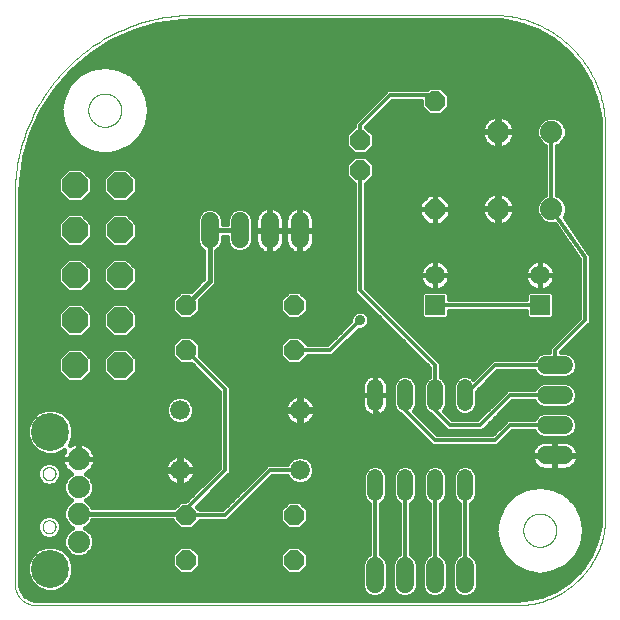
<source format=gtl>
G75*
%MOIN*%
%OFA0B0*%
%FSLAX25Y25*%
%IPPOS*%
%LPD*%
%AMOC8*
5,1,8,0,0,1.08239X$1,22.5*
%
%ADD10C,0.00000*%
%ADD11C,0.05200*%
%ADD12OC8,0.06600*%
%ADD13C,0.06600*%
%ADD14C,0.06500*%
%ADD15R,0.06500X0.06500*%
%ADD16C,0.07400*%
%ADD17C,0.12661*%
%ADD18C,0.06000*%
%ADD19OC8,0.08500*%
%ADD20C,0.01200*%
%ADD21C,0.01600*%
%ADD22C,0.03562*%
D10*
X0059668Y0008871D02*
X0059668Y0138747D01*
X0084156Y0166800D02*
X0084158Y0166948D01*
X0084164Y0167096D01*
X0084174Y0167244D01*
X0084188Y0167391D01*
X0084206Y0167538D01*
X0084227Y0167684D01*
X0084253Y0167830D01*
X0084283Y0167975D01*
X0084316Y0168119D01*
X0084354Y0168262D01*
X0084395Y0168404D01*
X0084440Y0168545D01*
X0084488Y0168685D01*
X0084541Y0168824D01*
X0084597Y0168961D01*
X0084657Y0169096D01*
X0084720Y0169230D01*
X0084787Y0169362D01*
X0084858Y0169492D01*
X0084932Y0169620D01*
X0085009Y0169746D01*
X0085090Y0169870D01*
X0085174Y0169992D01*
X0085261Y0170111D01*
X0085352Y0170228D01*
X0085446Y0170343D01*
X0085542Y0170455D01*
X0085642Y0170565D01*
X0085744Y0170671D01*
X0085850Y0170775D01*
X0085958Y0170876D01*
X0086069Y0170974D01*
X0086182Y0171070D01*
X0086298Y0171162D01*
X0086416Y0171251D01*
X0086537Y0171336D01*
X0086660Y0171419D01*
X0086785Y0171498D01*
X0086912Y0171574D01*
X0087041Y0171646D01*
X0087172Y0171715D01*
X0087305Y0171780D01*
X0087440Y0171841D01*
X0087576Y0171899D01*
X0087713Y0171954D01*
X0087852Y0172004D01*
X0087993Y0172051D01*
X0088134Y0172094D01*
X0088277Y0172134D01*
X0088421Y0172169D01*
X0088565Y0172201D01*
X0088711Y0172228D01*
X0088857Y0172252D01*
X0089004Y0172272D01*
X0089151Y0172288D01*
X0089298Y0172300D01*
X0089446Y0172308D01*
X0089594Y0172312D01*
X0089742Y0172312D01*
X0089890Y0172308D01*
X0090038Y0172300D01*
X0090185Y0172288D01*
X0090332Y0172272D01*
X0090479Y0172252D01*
X0090625Y0172228D01*
X0090771Y0172201D01*
X0090915Y0172169D01*
X0091059Y0172134D01*
X0091202Y0172094D01*
X0091343Y0172051D01*
X0091484Y0172004D01*
X0091623Y0171954D01*
X0091760Y0171899D01*
X0091896Y0171841D01*
X0092031Y0171780D01*
X0092164Y0171715D01*
X0092295Y0171646D01*
X0092424Y0171574D01*
X0092551Y0171498D01*
X0092676Y0171419D01*
X0092799Y0171336D01*
X0092920Y0171251D01*
X0093038Y0171162D01*
X0093154Y0171070D01*
X0093267Y0170974D01*
X0093378Y0170876D01*
X0093486Y0170775D01*
X0093592Y0170671D01*
X0093694Y0170565D01*
X0093794Y0170455D01*
X0093890Y0170343D01*
X0093984Y0170228D01*
X0094075Y0170111D01*
X0094162Y0169992D01*
X0094246Y0169870D01*
X0094327Y0169746D01*
X0094404Y0169620D01*
X0094478Y0169492D01*
X0094549Y0169362D01*
X0094616Y0169230D01*
X0094679Y0169096D01*
X0094739Y0168961D01*
X0094795Y0168824D01*
X0094848Y0168685D01*
X0094896Y0168545D01*
X0094941Y0168404D01*
X0094982Y0168262D01*
X0095020Y0168119D01*
X0095053Y0167975D01*
X0095083Y0167830D01*
X0095109Y0167684D01*
X0095130Y0167538D01*
X0095148Y0167391D01*
X0095162Y0167244D01*
X0095172Y0167096D01*
X0095178Y0166948D01*
X0095180Y0166800D01*
X0095178Y0166652D01*
X0095172Y0166504D01*
X0095162Y0166356D01*
X0095148Y0166209D01*
X0095130Y0166062D01*
X0095109Y0165916D01*
X0095083Y0165770D01*
X0095053Y0165625D01*
X0095020Y0165481D01*
X0094982Y0165338D01*
X0094941Y0165196D01*
X0094896Y0165055D01*
X0094848Y0164915D01*
X0094795Y0164776D01*
X0094739Y0164639D01*
X0094679Y0164504D01*
X0094616Y0164370D01*
X0094549Y0164238D01*
X0094478Y0164108D01*
X0094404Y0163980D01*
X0094327Y0163854D01*
X0094246Y0163730D01*
X0094162Y0163608D01*
X0094075Y0163489D01*
X0093984Y0163372D01*
X0093890Y0163257D01*
X0093794Y0163145D01*
X0093694Y0163035D01*
X0093592Y0162929D01*
X0093486Y0162825D01*
X0093378Y0162724D01*
X0093267Y0162626D01*
X0093154Y0162530D01*
X0093038Y0162438D01*
X0092920Y0162349D01*
X0092799Y0162264D01*
X0092676Y0162181D01*
X0092551Y0162102D01*
X0092424Y0162026D01*
X0092295Y0161954D01*
X0092164Y0161885D01*
X0092031Y0161820D01*
X0091896Y0161759D01*
X0091760Y0161701D01*
X0091623Y0161646D01*
X0091484Y0161596D01*
X0091343Y0161549D01*
X0091202Y0161506D01*
X0091059Y0161466D01*
X0090915Y0161431D01*
X0090771Y0161399D01*
X0090625Y0161372D01*
X0090479Y0161348D01*
X0090332Y0161328D01*
X0090185Y0161312D01*
X0090038Y0161300D01*
X0089890Y0161292D01*
X0089742Y0161288D01*
X0089594Y0161288D01*
X0089446Y0161292D01*
X0089298Y0161300D01*
X0089151Y0161312D01*
X0089004Y0161328D01*
X0088857Y0161348D01*
X0088711Y0161372D01*
X0088565Y0161399D01*
X0088421Y0161431D01*
X0088277Y0161466D01*
X0088134Y0161506D01*
X0087993Y0161549D01*
X0087852Y0161596D01*
X0087713Y0161646D01*
X0087576Y0161701D01*
X0087440Y0161759D01*
X0087305Y0161820D01*
X0087172Y0161885D01*
X0087041Y0161954D01*
X0086912Y0162026D01*
X0086785Y0162102D01*
X0086660Y0162181D01*
X0086537Y0162264D01*
X0086416Y0162349D01*
X0086298Y0162438D01*
X0086182Y0162530D01*
X0086069Y0162626D01*
X0085958Y0162724D01*
X0085850Y0162825D01*
X0085744Y0162929D01*
X0085642Y0163035D01*
X0085542Y0163145D01*
X0085446Y0163257D01*
X0085352Y0163372D01*
X0085261Y0163489D01*
X0085174Y0163608D01*
X0085090Y0163730D01*
X0085009Y0163854D01*
X0084932Y0163980D01*
X0084858Y0164108D01*
X0084787Y0164238D01*
X0084720Y0164370D01*
X0084657Y0164504D01*
X0084597Y0164639D01*
X0084541Y0164776D01*
X0084488Y0164915D01*
X0084440Y0165055D01*
X0084395Y0165196D01*
X0084354Y0165338D01*
X0084316Y0165481D01*
X0084283Y0165625D01*
X0084253Y0165770D01*
X0084227Y0165916D01*
X0084206Y0166062D01*
X0084188Y0166209D01*
X0084174Y0166356D01*
X0084164Y0166504D01*
X0084158Y0166652D01*
X0084156Y0166800D01*
X0059667Y0138747D02*
X0059684Y0140195D01*
X0059737Y0141641D01*
X0059824Y0143086D01*
X0059947Y0144529D01*
X0060104Y0145968D01*
X0060296Y0147402D01*
X0060522Y0148832D01*
X0060783Y0150256D01*
X0061078Y0151673D01*
X0061408Y0153083D01*
X0061771Y0154484D01*
X0062168Y0155876D01*
X0062599Y0157258D01*
X0063063Y0158630D01*
X0063560Y0159989D01*
X0064089Y0161336D01*
X0064651Y0162671D01*
X0065246Y0163991D01*
X0065871Y0165296D01*
X0066529Y0166586D01*
X0067217Y0167859D01*
X0067936Y0169116D01*
X0068684Y0170355D01*
X0069463Y0171575D01*
X0070271Y0172776D01*
X0071108Y0173958D01*
X0071973Y0175118D01*
X0072865Y0176258D01*
X0073785Y0177376D01*
X0074732Y0178471D01*
X0075705Y0179543D01*
X0076704Y0180591D01*
X0077727Y0181614D01*
X0078775Y0182613D01*
X0079847Y0183586D01*
X0080942Y0184533D01*
X0082060Y0185453D01*
X0083200Y0186345D01*
X0084360Y0187210D01*
X0085542Y0188047D01*
X0086743Y0188855D01*
X0087963Y0189634D01*
X0089202Y0190382D01*
X0090459Y0191101D01*
X0091732Y0191789D01*
X0093022Y0192447D01*
X0094327Y0193072D01*
X0095647Y0193667D01*
X0096982Y0194229D01*
X0098329Y0194758D01*
X0099688Y0195255D01*
X0101060Y0195719D01*
X0102442Y0196150D01*
X0103834Y0196547D01*
X0105235Y0196910D01*
X0106645Y0197240D01*
X0108062Y0197535D01*
X0109486Y0197796D01*
X0110916Y0198022D01*
X0112350Y0198214D01*
X0113789Y0198371D01*
X0115232Y0198494D01*
X0116677Y0198581D01*
X0118123Y0198634D01*
X0119571Y0198651D01*
X0119571Y0198650D02*
X0218546Y0198650D01*
X0219464Y0198639D01*
X0220381Y0198606D01*
X0221296Y0198550D01*
X0222211Y0198473D01*
X0223123Y0198373D01*
X0224033Y0198252D01*
X0224939Y0198108D01*
X0225841Y0197943D01*
X0226740Y0197755D01*
X0227633Y0197547D01*
X0228522Y0197316D01*
X0229404Y0197065D01*
X0230280Y0196792D01*
X0231149Y0196497D01*
X0232011Y0196182D01*
X0232865Y0195847D01*
X0233711Y0195490D01*
X0234547Y0195114D01*
X0235375Y0194717D01*
X0236192Y0194301D01*
X0237000Y0193864D01*
X0237796Y0193409D01*
X0238582Y0192934D01*
X0239355Y0192440D01*
X0240117Y0191928D01*
X0240865Y0191398D01*
X0241601Y0190850D01*
X0242324Y0190284D01*
X0243032Y0189701D01*
X0243726Y0189100D01*
X0244406Y0188484D01*
X0245070Y0187851D01*
X0245719Y0187202D01*
X0246352Y0186538D01*
X0246968Y0185858D01*
X0247569Y0185164D01*
X0248152Y0184456D01*
X0248718Y0183733D01*
X0249266Y0182997D01*
X0249796Y0182249D01*
X0250308Y0181487D01*
X0250802Y0180714D01*
X0251277Y0179928D01*
X0251732Y0179132D01*
X0252169Y0178324D01*
X0252585Y0177507D01*
X0252982Y0176679D01*
X0253358Y0175843D01*
X0253715Y0174997D01*
X0254050Y0174143D01*
X0254365Y0173281D01*
X0254660Y0172412D01*
X0254933Y0171536D01*
X0255184Y0170654D01*
X0255415Y0169765D01*
X0255623Y0168872D01*
X0255811Y0167973D01*
X0255976Y0167071D01*
X0256120Y0166165D01*
X0256241Y0165255D01*
X0256341Y0164343D01*
X0256418Y0163428D01*
X0256474Y0162513D01*
X0256507Y0161596D01*
X0256518Y0160678D01*
X0256518Y0031422D01*
X0229156Y0026800D02*
X0229158Y0026948D01*
X0229164Y0027096D01*
X0229174Y0027244D01*
X0229188Y0027391D01*
X0229206Y0027538D01*
X0229227Y0027684D01*
X0229253Y0027830D01*
X0229283Y0027975D01*
X0229316Y0028119D01*
X0229354Y0028262D01*
X0229395Y0028404D01*
X0229440Y0028545D01*
X0229488Y0028685D01*
X0229541Y0028824D01*
X0229597Y0028961D01*
X0229657Y0029096D01*
X0229720Y0029230D01*
X0229787Y0029362D01*
X0229858Y0029492D01*
X0229932Y0029620D01*
X0230009Y0029746D01*
X0230090Y0029870D01*
X0230174Y0029992D01*
X0230261Y0030111D01*
X0230352Y0030228D01*
X0230446Y0030343D01*
X0230542Y0030455D01*
X0230642Y0030565D01*
X0230744Y0030671D01*
X0230850Y0030775D01*
X0230958Y0030876D01*
X0231069Y0030974D01*
X0231182Y0031070D01*
X0231298Y0031162D01*
X0231416Y0031251D01*
X0231537Y0031336D01*
X0231660Y0031419D01*
X0231785Y0031498D01*
X0231912Y0031574D01*
X0232041Y0031646D01*
X0232172Y0031715D01*
X0232305Y0031780D01*
X0232440Y0031841D01*
X0232576Y0031899D01*
X0232713Y0031954D01*
X0232852Y0032004D01*
X0232993Y0032051D01*
X0233134Y0032094D01*
X0233277Y0032134D01*
X0233421Y0032169D01*
X0233565Y0032201D01*
X0233711Y0032228D01*
X0233857Y0032252D01*
X0234004Y0032272D01*
X0234151Y0032288D01*
X0234298Y0032300D01*
X0234446Y0032308D01*
X0234594Y0032312D01*
X0234742Y0032312D01*
X0234890Y0032308D01*
X0235038Y0032300D01*
X0235185Y0032288D01*
X0235332Y0032272D01*
X0235479Y0032252D01*
X0235625Y0032228D01*
X0235771Y0032201D01*
X0235915Y0032169D01*
X0236059Y0032134D01*
X0236202Y0032094D01*
X0236343Y0032051D01*
X0236484Y0032004D01*
X0236623Y0031954D01*
X0236760Y0031899D01*
X0236896Y0031841D01*
X0237031Y0031780D01*
X0237164Y0031715D01*
X0237295Y0031646D01*
X0237424Y0031574D01*
X0237551Y0031498D01*
X0237676Y0031419D01*
X0237799Y0031336D01*
X0237920Y0031251D01*
X0238038Y0031162D01*
X0238154Y0031070D01*
X0238267Y0030974D01*
X0238378Y0030876D01*
X0238486Y0030775D01*
X0238592Y0030671D01*
X0238694Y0030565D01*
X0238794Y0030455D01*
X0238890Y0030343D01*
X0238984Y0030228D01*
X0239075Y0030111D01*
X0239162Y0029992D01*
X0239246Y0029870D01*
X0239327Y0029746D01*
X0239404Y0029620D01*
X0239478Y0029492D01*
X0239549Y0029362D01*
X0239616Y0029230D01*
X0239679Y0029096D01*
X0239739Y0028961D01*
X0239795Y0028824D01*
X0239848Y0028685D01*
X0239896Y0028545D01*
X0239941Y0028404D01*
X0239982Y0028262D01*
X0240020Y0028119D01*
X0240053Y0027975D01*
X0240083Y0027830D01*
X0240109Y0027684D01*
X0240130Y0027538D01*
X0240148Y0027391D01*
X0240162Y0027244D01*
X0240172Y0027096D01*
X0240178Y0026948D01*
X0240180Y0026800D01*
X0240178Y0026652D01*
X0240172Y0026504D01*
X0240162Y0026356D01*
X0240148Y0026209D01*
X0240130Y0026062D01*
X0240109Y0025916D01*
X0240083Y0025770D01*
X0240053Y0025625D01*
X0240020Y0025481D01*
X0239982Y0025338D01*
X0239941Y0025196D01*
X0239896Y0025055D01*
X0239848Y0024915D01*
X0239795Y0024776D01*
X0239739Y0024639D01*
X0239679Y0024504D01*
X0239616Y0024370D01*
X0239549Y0024238D01*
X0239478Y0024108D01*
X0239404Y0023980D01*
X0239327Y0023854D01*
X0239246Y0023730D01*
X0239162Y0023608D01*
X0239075Y0023489D01*
X0238984Y0023372D01*
X0238890Y0023257D01*
X0238794Y0023145D01*
X0238694Y0023035D01*
X0238592Y0022929D01*
X0238486Y0022825D01*
X0238378Y0022724D01*
X0238267Y0022626D01*
X0238154Y0022530D01*
X0238038Y0022438D01*
X0237920Y0022349D01*
X0237799Y0022264D01*
X0237676Y0022181D01*
X0237551Y0022102D01*
X0237424Y0022026D01*
X0237295Y0021954D01*
X0237164Y0021885D01*
X0237031Y0021820D01*
X0236896Y0021759D01*
X0236760Y0021701D01*
X0236623Y0021646D01*
X0236484Y0021596D01*
X0236343Y0021549D01*
X0236202Y0021506D01*
X0236059Y0021466D01*
X0235915Y0021431D01*
X0235771Y0021399D01*
X0235625Y0021372D01*
X0235479Y0021348D01*
X0235332Y0021328D01*
X0235185Y0021312D01*
X0235038Y0021300D01*
X0234890Y0021292D01*
X0234742Y0021288D01*
X0234594Y0021288D01*
X0234446Y0021292D01*
X0234298Y0021300D01*
X0234151Y0021312D01*
X0234004Y0021328D01*
X0233857Y0021348D01*
X0233711Y0021372D01*
X0233565Y0021399D01*
X0233421Y0021431D01*
X0233277Y0021466D01*
X0233134Y0021506D01*
X0232993Y0021549D01*
X0232852Y0021596D01*
X0232713Y0021646D01*
X0232576Y0021701D01*
X0232440Y0021759D01*
X0232305Y0021820D01*
X0232172Y0021885D01*
X0232041Y0021954D01*
X0231912Y0022026D01*
X0231785Y0022102D01*
X0231660Y0022181D01*
X0231537Y0022264D01*
X0231416Y0022349D01*
X0231298Y0022438D01*
X0231182Y0022530D01*
X0231069Y0022626D01*
X0230958Y0022724D01*
X0230850Y0022825D01*
X0230744Y0022929D01*
X0230642Y0023035D01*
X0230542Y0023145D01*
X0230446Y0023257D01*
X0230352Y0023372D01*
X0230261Y0023489D01*
X0230174Y0023608D01*
X0230090Y0023730D01*
X0230009Y0023854D01*
X0229932Y0023980D01*
X0229858Y0024108D01*
X0229787Y0024238D01*
X0229720Y0024370D01*
X0229657Y0024504D01*
X0229597Y0024639D01*
X0229541Y0024776D01*
X0229488Y0024915D01*
X0229440Y0025055D01*
X0229395Y0025196D01*
X0229354Y0025338D01*
X0229316Y0025481D01*
X0229283Y0025625D01*
X0229253Y0025770D01*
X0229227Y0025916D01*
X0229206Y0026062D01*
X0229188Y0026209D01*
X0229174Y0026356D01*
X0229164Y0026504D01*
X0229158Y0026652D01*
X0229156Y0026800D01*
X0226897Y0001800D02*
X0227613Y0001809D01*
X0228328Y0001835D01*
X0229043Y0001878D01*
X0229756Y0001938D01*
X0230468Y0002016D01*
X0231177Y0002111D01*
X0231884Y0002223D01*
X0232588Y0002352D01*
X0233289Y0002498D01*
X0233986Y0002661D01*
X0234679Y0002840D01*
X0235367Y0003037D01*
X0236051Y0003250D01*
X0236729Y0003479D01*
X0237401Y0003725D01*
X0238067Y0003987D01*
X0238727Y0004265D01*
X0239380Y0004559D01*
X0240025Y0004868D01*
X0240663Y0005193D01*
X0241293Y0005533D01*
X0241914Y0005889D01*
X0242527Y0006259D01*
X0243130Y0006644D01*
X0243724Y0007044D01*
X0244308Y0007457D01*
X0244882Y0007885D01*
X0245446Y0008326D01*
X0245999Y0008781D01*
X0246540Y0009250D01*
X0247070Y0009731D01*
X0247588Y0010225D01*
X0248094Y0010731D01*
X0248588Y0011249D01*
X0249069Y0011779D01*
X0249538Y0012320D01*
X0249993Y0012873D01*
X0250434Y0013437D01*
X0250862Y0014011D01*
X0251275Y0014595D01*
X0251675Y0015189D01*
X0252060Y0015792D01*
X0252430Y0016405D01*
X0252786Y0017026D01*
X0253126Y0017656D01*
X0253451Y0018294D01*
X0253760Y0018939D01*
X0254054Y0019592D01*
X0254332Y0020252D01*
X0254594Y0020918D01*
X0254840Y0021590D01*
X0255069Y0022268D01*
X0255282Y0022952D01*
X0255479Y0023640D01*
X0255658Y0024333D01*
X0255821Y0025030D01*
X0255967Y0025731D01*
X0256096Y0026435D01*
X0256208Y0027142D01*
X0256303Y0027851D01*
X0256381Y0028563D01*
X0256441Y0029276D01*
X0256484Y0029991D01*
X0256510Y0030706D01*
X0256519Y0031422D01*
X0226897Y0001800D02*
X0066739Y0001800D01*
X0066568Y0001802D01*
X0066397Y0001808D01*
X0066227Y0001819D01*
X0066057Y0001833D01*
X0065887Y0001852D01*
X0065717Y0001874D01*
X0065549Y0001901D01*
X0065380Y0001932D01*
X0065213Y0001967D01*
X0065047Y0002005D01*
X0064881Y0002048D01*
X0064717Y0002095D01*
X0064554Y0002146D01*
X0064392Y0002201D01*
X0064232Y0002260D01*
X0064073Y0002322D01*
X0063915Y0002388D01*
X0063759Y0002458D01*
X0063605Y0002532D01*
X0063453Y0002610D01*
X0063303Y0002691D01*
X0063154Y0002776D01*
X0063008Y0002864D01*
X0062864Y0002956D01*
X0062722Y0003052D01*
X0062583Y0003150D01*
X0062446Y0003253D01*
X0062311Y0003358D01*
X0062179Y0003467D01*
X0062050Y0003578D01*
X0061924Y0003693D01*
X0061800Y0003811D01*
X0061679Y0003932D01*
X0061561Y0004056D01*
X0061446Y0004182D01*
X0061335Y0004311D01*
X0061226Y0004443D01*
X0061121Y0004578D01*
X0061018Y0004715D01*
X0060920Y0004854D01*
X0060824Y0004996D01*
X0060732Y0005140D01*
X0060644Y0005286D01*
X0060559Y0005435D01*
X0060478Y0005585D01*
X0060400Y0005737D01*
X0060326Y0005891D01*
X0060256Y0006047D01*
X0060190Y0006205D01*
X0060128Y0006364D01*
X0060069Y0006524D01*
X0060014Y0006686D01*
X0059963Y0006849D01*
X0059916Y0007013D01*
X0059873Y0007179D01*
X0059835Y0007345D01*
X0059800Y0007512D01*
X0059769Y0007681D01*
X0059742Y0007849D01*
X0059720Y0008019D01*
X0059701Y0008189D01*
X0059687Y0008359D01*
X0059676Y0008529D01*
X0059670Y0008700D01*
X0059668Y0008871D01*
X0068920Y0027942D02*
X0068922Y0028035D01*
X0068928Y0028127D01*
X0068938Y0028219D01*
X0068952Y0028310D01*
X0068969Y0028401D01*
X0068991Y0028491D01*
X0069016Y0028580D01*
X0069045Y0028668D01*
X0069078Y0028754D01*
X0069115Y0028839D01*
X0069155Y0028923D01*
X0069199Y0029004D01*
X0069246Y0029084D01*
X0069296Y0029162D01*
X0069350Y0029237D01*
X0069407Y0029310D01*
X0069467Y0029380D01*
X0069530Y0029448D01*
X0069596Y0029513D01*
X0069664Y0029575D01*
X0069735Y0029635D01*
X0069809Y0029691D01*
X0069885Y0029744D01*
X0069963Y0029793D01*
X0070043Y0029840D01*
X0070125Y0029882D01*
X0070209Y0029922D01*
X0070294Y0029957D01*
X0070381Y0029989D01*
X0070469Y0030018D01*
X0070558Y0030042D01*
X0070648Y0030063D01*
X0070739Y0030079D01*
X0070831Y0030092D01*
X0070923Y0030101D01*
X0071016Y0030106D01*
X0071108Y0030107D01*
X0071201Y0030104D01*
X0071293Y0030097D01*
X0071385Y0030086D01*
X0071476Y0030071D01*
X0071567Y0030053D01*
X0071657Y0030030D01*
X0071745Y0030004D01*
X0071833Y0029974D01*
X0071919Y0029940D01*
X0072003Y0029903D01*
X0072086Y0029861D01*
X0072167Y0029817D01*
X0072247Y0029769D01*
X0072324Y0029718D01*
X0072398Y0029663D01*
X0072471Y0029605D01*
X0072541Y0029545D01*
X0072608Y0029481D01*
X0072672Y0029415D01*
X0072734Y0029345D01*
X0072792Y0029274D01*
X0072847Y0029200D01*
X0072899Y0029123D01*
X0072948Y0029044D01*
X0072994Y0028964D01*
X0073036Y0028881D01*
X0073074Y0028797D01*
X0073109Y0028711D01*
X0073140Y0028624D01*
X0073167Y0028536D01*
X0073190Y0028446D01*
X0073210Y0028356D01*
X0073226Y0028265D01*
X0073238Y0028173D01*
X0073246Y0028081D01*
X0073250Y0027988D01*
X0073250Y0027896D01*
X0073246Y0027803D01*
X0073238Y0027711D01*
X0073226Y0027619D01*
X0073210Y0027528D01*
X0073190Y0027438D01*
X0073167Y0027348D01*
X0073140Y0027260D01*
X0073109Y0027173D01*
X0073074Y0027087D01*
X0073036Y0027003D01*
X0072994Y0026920D01*
X0072948Y0026840D01*
X0072899Y0026761D01*
X0072847Y0026684D01*
X0072792Y0026610D01*
X0072734Y0026539D01*
X0072672Y0026469D01*
X0072608Y0026403D01*
X0072541Y0026339D01*
X0072471Y0026279D01*
X0072398Y0026221D01*
X0072324Y0026166D01*
X0072247Y0026115D01*
X0072168Y0026067D01*
X0072086Y0026023D01*
X0072003Y0025981D01*
X0071919Y0025944D01*
X0071833Y0025910D01*
X0071745Y0025880D01*
X0071657Y0025854D01*
X0071567Y0025831D01*
X0071476Y0025813D01*
X0071385Y0025798D01*
X0071293Y0025787D01*
X0071201Y0025780D01*
X0071108Y0025777D01*
X0071016Y0025778D01*
X0070923Y0025783D01*
X0070831Y0025792D01*
X0070739Y0025805D01*
X0070648Y0025821D01*
X0070558Y0025842D01*
X0070469Y0025866D01*
X0070381Y0025895D01*
X0070294Y0025927D01*
X0070209Y0025962D01*
X0070125Y0026002D01*
X0070043Y0026044D01*
X0069963Y0026091D01*
X0069885Y0026140D01*
X0069809Y0026193D01*
X0069735Y0026249D01*
X0069664Y0026309D01*
X0069596Y0026371D01*
X0069530Y0026436D01*
X0069467Y0026504D01*
X0069407Y0026574D01*
X0069350Y0026647D01*
X0069296Y0026722D01*
X0069246Y0026800D01*
X0069199Y0026880D01*
X0069155Y0026961D01*
X0069115Y0027045D01*
X0069078Y0027130D01*
X0069045Y0027216D01*
X0069016Y0027304D01*
X0068991Y0027393D01*
X0068969Y0027483D01*
X0068952Y0027574D01*
X0068938Y0027665D01*
X0068928Y0027757D01*
X0068922Y0027849D01*
X0068920Y0027942D01*
X0068920Y0045658D02*
X0068922Y0045751D01*
X0068928Y0045843D01*
X0068938Y0045935D01*
X0068952Y0046026D01*
X0068969Y0046117D01*
X0068991Y0046207D01*
X0069016Y0046296D01*
X0069045Y0046384D01*
X0069078Y0046470D01*
X0069115Y0046555D01*
X0069155Y0046639D01*
X0069199Y0046720D01*
X0069246Y0046800D01*
X0069296Y0046878D01*
X0069350Y0046953D01*
X0069407Y0047026D01*
X0069467Y0047096D01*
X0069530Y0047164D01*
X0069596Y0047229D01*
X0069664Y0047291D01*
X0069735Y0047351D01*
X0069809Y0047407D01*
X0069885Y0047460D01*
X0069963Y0047509D01*
X0070043Y0047556D01*
X0070125Y0047598D01*
X0070209Y0047638D01*
X0070294Y0047673D01*
X0070381Y0047705D01*
X0070469Y0047734D01*
X0070558Y0047758D01*
X0070648Y0047779D01*
X0070739Y0047795D01*
X0070831Y0047808D01*
X0070923Y0047817D01*
X0071016Y0047822D01*
X0071108Y0047823D01*
X0071201Y0047820D01*
X0071293Y0047813D01*
X0071385Y0047802D01*
X0071476Y0047787D01*
X0071567Y0047769D01*
X0071657Y0047746D01*
X0071745Y0047720D01*
X0071833Y0047690D01*
X0071919Y0047656D01*
X0072003Y0047619D01*
X0072086Y0047577D01*
X0072167Y0047533D01*
X0072247Y0047485D01*
X0072324Y0047434D01*
X0072398Y0047379D01*
X0072471Y0047321D01*
X0072541Y0047261D01*
X0072608Y0047197D01*
X0072672Y0047131D01*
X0072734Y0047061D01*
X0072792Y0046990D01*
X0072847Y0046916D01*
X0072899Y0046839D01*
X0072948Y0046760D01*
X0072994Y0046680D01*
X0073036Y0046597D01*
X0073074Y0046513D01*
X0073109Y0046427D01*
X0073140Y0046340D01*
X0073167Y0046252D01*
X0073190Y0046162D01*
X0073210Y0046072D01*
X0073226Y0045981D01*
X0073238Y0045889D01*
X0073246Y0045797D01*
X0073250Y0045704D01*
X0073250Y0045612D01*
X0073246Y0045519D01*
X0073238Y0045427D01*
X0073226Y0045335D01*
X0073210Y0045244D01*
X0073190Y0045154D01*
X0073167Y0045064D01*
X0073140Y0044976D01*
X0073109Y0044889D01*
X0073074Y0044803D01*
X0073036Y0044719D01*
X0072994Y0044636D01*
X0072948Y0044556D01*
X0072899Y0044477D01*
X0072847Y0044400D01*
X0072792Y0044326D01*
X0072734Y0044255D01*
X0072672Y0044185D01*
X0072608Y0044119D01*
X0072541Y0044055D01*
X0072471Y0043995D01*
X0072398Y0043937D01*
X0072324Y0043882D01*
X0072247Y0043831D01*
X0072168Y0043783D01*
X0072086Y0043739D01*
X0072003Y0043697D01*
X0071919Y0043660D01*
X0071833Y0043626D01*
X0071745Y0043596D01*
X0071657Y0043570D01*
X0071567Y0043547D01*
X0071476Y0043529D01*
X0071385Y0043514D01*
X0071293Y0043503D01*
X0071201Y0043496D01*
X0071108Y0043493D01*
X0071016Y0043494D01*
X0070923Y0043499D01*
X0070831Y0043508D01*
X0070739Y0043521D01*
X0070648Y0043537D01*
X0070558Y0043558D01*
X0070469Y0043582D01*
X0070381Y0043611D01*
X0070294Y0043643D01*
X0070209Y0043678D01*
X0070125Y0043718D01*
X0070043Y0043760D01*
X0069963Y0043807D01*
X0069885Y0043856D01*
X0069809Y0043909D01*
X0069735Y0043965D01*
X0069664Y0044025D01*
X0069596Y0044087D01*
X0069530Y0044152D01*
X0069467Y0044220D01*
X0069407Y0044290D01*
X0069350Y0044363D01*
X0069296Y0044438D01*
X0069246Y0044516D01*
X0069199Y0044596D01*
X0069155Y0044677D01*
X0069115Y0044761D01*
X0069078Y0044846D01*
X0069045Y0044932D01*
X0069016Y0045020D01*
X0068991Y0045109D01*
X0068969Y0045199D01*
X0068952Y0045290D01*
X0068938Y0045381D01*
X0068928Y0045473D01*
X0068922Y0045565D01*
X0068920Y0045658D01*
D11*
X0179668Y0044400D02*
X0179668Y0039200D01*
X0189668Y0039200D02*
X0189668Y0044400D01*
X0199668Y0044400D02*
X0199668Y0039200D01*
X0209668Y0039200D02*
X0209668Y0044400D01*
X0209668Y0069200D02*
X0209668Y0074400D01*
X0199668Y0074400D02*
X0199668Y0069200D01*
X0189668Y0069200D02*
X0189668Y0074400D01*
X0179668Y0074400D02*
X0179668Y0069200D01*
D12*
X0152668Y0086800D03*
X0152668Y0101800D03*
X0116668Y0101800D03*
X0116668Y0086800D03*
X0116668Y0031800D03*
X0116668Y0016800D03*
X0152668Y0016800D03*
X0152668Y0031800D03*
X0199668Y0133800D03*
X0174668Y0146800D03*
X0174668Y0156800D03*
X0199668Y0169800D03*
D13*
X0154668Y0066800D03*
X0154668Y0046800D03*
X0114668Y0046800D03*
X0114668Y0066800D03*
D14*
X0199668Y0111800D03*
X0234668Y0111800D03*
D15*
X0234668Y0101800D03*
X0199668Y0101800D03*
D16*
X0220768Y0134000D03*
X0238568Y0134000D03*
X0238568Y0159600D03*
X0220768Y0159600D03*
X0080928Y0050580D03*
X0080928Y0041237D03*
X0080928Y0032363D03*
X0080928Y0023020D03*
D17*
X0071479Y0013965D03*
X0071479Y0059635D03*
D18*
X0124668Y0123800D02*
X0124668Y0129800D01*
X0134668Y0129800D02*
X0134668Y0123800D01*
X0144668Y0123800D02*
X0144668Y0129800D01*
X0154668Y0129800D02*
X0154668Y0123800D01*
X0236668Y0081800D02*
X0242668Y0081800D01*
X0242668Y0071800D02*
X0236668Y0071800D01*
X0236668Y0061800D02*
X0242668Y0061800D01*
X0242668Y0051800D02*
X0236668Y0051800D01*
X0209668Y0014800D02*
X0209668Y0008800D01*
X0199668Y0008800D02*
X0199668Y0014800D01*
X0189668Y0014800D02*
X0189668Y0008800D01*
X0179668Y0008800D02*
X0179668Y0014800D01*
D19*
X0094668Y0081800D03*
X0079668Y0081800D03*
X0079668Y0096800D03*
X0094668Y0096800D03*
X0094668Y0111800D03*
X0079668Y0111800D03*
X0079668Y0126800D03*
X0094668Y0126800D03*
X0094668Y0141800D03*
X0079668Y0141800D03*
D20*
X0116668Y0086800D02*
X0129668Y0073800D01*
X0129668Y0046800D01*
X0116668Y0033800D01*
X0116668Y0031800D01*
X0129668Y0031800D01*
X0144668Y0046800D01*
X0154668Y0046800D01*
X0179668Y0041800D02*
X0179668Y0011800D01*
X0189668Y0011800D02*
X0189668Y0041800D01*
X0199668Y0041800D02*
X0199668Y0011800D01*
X0209668Y0011800D02*
X0209668Y0041800D01*
X0194668Y0051800D02*
X0239668Y0051800D01*
X0239668Y0061800D02*
X0224668Y0061800D01*
X0219668Y0056800D01*
X0199668Y0056800D01*
X0189668Y0066800D01*
X0189668Y0071800D01*
X0199668Y0071800D02*
X0199668Y0066800D01*
X0204668Y0061800D01*
X0214668Y0061800D01*
X0224668Y0071800D01*
X0239668Y0071800D01*
X0239668Y0081800D02*
X0239668Y0086800D01*
X0249668Y0096800D01*
X0249668Y0117900D01*
X0238568Y0134000D01*
X0238568Y0159600D01*
X0199668Y0169800D02*
X0197668Y0171800D01*
X0184668Y0171800D01*
X0174668Y0161800D01*
X0174668Y0156800D01*
X0174668Y0146800D02*
X0174668Y0106800D01*
X0199668Y0081800D01*
X0199668Y0071800D01*
X0209668Y0071800D02*
X0219668Y0081800D01*
X0239668Y0081800D01*
X0234668Y0101800D02*
X0199668Y0101800D01*
X0174668Y0096800D02*
X0164668Y0086800D01*
X0152668Y0086800D01*
X0179668Y0071800D02*
X0179668Y0066800D01*
X0194668Y0051800D01*
D21*
X0197402Y0047791D02*
X0198872Y0048400D01*
X0200463Y0048400D01*
X0201934Y0047791D01*
X0203059Y0046666D01*
X0203668Y0045196D01*
X0203668Y0038404D01*
X0203059Y0036934D01*
X0201934Y0035809D01*
X0201668Y0035699D01*
X0201668Y0018734D01*
X0202160Y0018530D01*
X0203398Y0017292D01*
X0204068Y0015675D01*
X0204068Y0007925D01*
X0203398Y0006308D01*
X0202160Y0005070D01*
X0200543Y0004400D01*
X0198792Y0004400D01*
X0197175Y0005070D01*
X0195938Y0006308D01*
X0195268Y0007925D01*
X0195268Y0015675D01*
X0195938Y0017292D01*
X0197175Y0018530D01*
X0197668Y0018734D01*
X0197668Y0035699D01*
X0197402Y0035809D01*
X0196277Y0036934D01*
X0195668Y0038404D01*
X0195668Y0045196D01*
X0196277Y0046666D01*
X0197402Y0047791D01*
X0198285Y0048157D02*
X0191050Y0048157D01*
X0190463Y0048400D02*
X0188872Y0048400D01*
X0187402Y0047791D01*
X0186277Y0046666D01*
X0185668Y0045196D01*
X0185668Y0038404D01*
X0186277Y0036934D01*
X0187402Y0035809D01*
X0187668Y0035699D01*
X0187668Y0018734D01*
X0187175Y0018530D01*
X0185938Y0017292D01*
X0185268Y0015675D01*
X0185268Y0007925D01*
X0185938Y0006308D01*
X0187175Y0005070D01*
X0188792Y0004400D01*
X0190543Y0004400D01*
X0192160Y0005070D01*
X0193398Y0006308D01*
X0194068Y0007925D01*
X0194068Y0015675D01*
X0193398Y0017292D01*
X0192160Y0018530D01*
X0191668Y0018734D01*
X0191668Y0035699D01*
X0191934Y0035809D01*
X0193059Y0036934D01*
X0193668Y0038404D01*
X0193668Y0045196D01*
X0193059Y0046666D01*
X0191934Y0047791D01*
X0190463Y0048400D01*
X0188285Y0048157D02*
X0181050Y0048157D01*
X0180463Y0048400D02*
X0181934Y0047791D01*
X0183059Y0046666D01*
X0183668Y0045196D01*
X0183668Y0038404D01*
X0183059Y0036934D01*
X0181934Y0035809D01*
X0181668Y0035699D01*
X0181668Y0018734D01*
X0182160Y0018530D01*
X0183398Y0017292D01*
X0184068Y0015675D01*
X0184068Y0007925D01*
X0183398Y0006308D01*
X0182160Y0005070D01*
X0180543Y0004400D01*
X0178792Y0004400D01*
X0177175Y0005070D01*
X0175938Y0006308D01*
X0175268Y0007925D01*
X0175268Y0015675D01*
X0175938Y0017292D01*
X0177175Y0018530D01*
X0177668Y0018734D01*
X0177668Y0035699D01*
X0177402Y0035809D01*
X0176277Y0036934D01*
X0175668Y0038404D01*
X0175668Y0045196D01*
X0176277Y0046666D01*
X0177402Y0047791D01*
X0178872Y0048400D01*
X0180463Y0048400D01*
X0178285Y0048157D02*
X0159193Y0048157D01*
X0159368Y0047735D02*
X0158652Y0049462D01*
X0157330Y0050784D01*
X0155603Y0051500D01*
X0153733Y0051500D01*
X0152005Y0050784D01*
X0150683Y0049462D01*
X0150409Y0048800D01*
X0143839Y0048800D01*
X0142668Y0047628D01*
X0128839Y0033800D01*
X0121315Y0033800D01*
X0120405Y0034709D01*
X0130496Y0044800D01*
X0131668Y0045972D01*
X0131668Y0074628D01*
X0121368Y0084928D01*
X0121368Y0088747D01*
X0118615Y0091500D01*
X0114721Y0091500D01*
X0111968Y0088747D01*
X0111968Y0084853D01*
X0114721Y0082100D01*
X0118539Y0082100D01*
X0127668Y0072972D01*
X0127668Y0047628D01*
X0116539Y0036500D01*
X0114721Y0036500D01*
X0112784Y0034563D01*
X0085536Y0034563D01*
X0085251Y0035252D01*
X0083816Y0036687D01*
X0083543Y0036800D01*
X0083816Y0036913D01*
X0085251Y0038348D01*
X0086028Y0040223D01*
X0086028Y0042251D01*
X0085251Y0044126D01*
X0083816Y0045561D01*
X0083472Y0045703D01*
X0083810Y0045876D01*
X0084511Y0046384D01*
X0085123Y0046997D01*
X0085632Y0047697D01*
X0086025Y0048468D01*
X0086292Y0049292D01*
X0086428Y0050147D01*
X0086428Y0050480D01*
X0081028Y0050480D01*
X0081028Y0050680D01*
X0080828Y0050680D01*
X0080828Y0056080D01*
X0080495Y0056080D01*
X0079640Y0055944D01*
X0078816Y0055677D01*
X0078045Y0055284D01*
X0078044Y0055283D01*
X0079209Y0058097D01*
X0079209Y0061172D01*
X0078033Y0064014D01*
X0075858Y0066188D01*
X0073016Y0067365D01*
X0069941Y0067365D01*
X0067100Y0066188D01*
X0064925Y0064014D01*
X0063748Y0061172D01*
X0063748Y0058097D01*
X0064925Y0055256D01*
X0067100Y0053081D01*
X0069941Y0051904D01*
X0073016Y0051904D01*
X0075858Y0053081D01*
X0076207Y0053430D01*
X0075831Y0052691D01*
X0075563Y0051867D01*
X0075428Y0051012D01*
X0075428Y0050680D01*
X0080827Y0050680D01*
X0080827Y0050480D01*
X0075428Y0050480D01*
X0075428Y0050147D01*
X0075563Y0049292D01*
X0075831Y0048468D01*
X0076224Y0047697D01*
X0076732Y0046997D01*
X0077345Y0046384D01*
X0078045Y0045876D01*
X0078383Y0045703D01*
X0078039Y0045561D01*
X0076604Y0044126D01*
X0075828Y0042251D01*
X0075828Y0040223D01*
X0076604Y0038348D01*
X0078039Y0036913D01*
X0078313Y0036800D01*
X0078039Y0036687D01*
X0076604Y0035252D01*
X0075828Y0033377D01*
X0075828Y0031349D01*
X0076604Y0029474D01*
X0078039Y0028039D01*
X0078878Y0027692D01*
X0078039Y0027344D01*
X0076604Y0025909D01*
X0075828Y0024035D01*
X0075828Y0022006D01*
X0076604Y0020132D01*
X0078039Y0018697D01*
X0079913Y0017920D01*
X0081942Y0017920D01*
X0083816Y0018697D01*
X0085251Y0020132D01*
X0086028Y0022006D01*
X0086028Y0024035D01*
X0085251Y0025909D01*
X0083816Y0027344D01*
X0082977Y0027692D01*
X0083816Y0028039D01*
X0085251Y0029474D01*
X0085536Y0030163D01*
X0111968Y0030163D01*
X0111968Y0029853D01*
X0114721Y0027100D01*
X0118615Y0027100D01*
X0121315Y0029800D01*
X0130496Y0029800D01*
X0145496Y0044800D01*
X0150409Y0044800D01*
X0150683Y0044138D01*
X0152005Y0042816D01*
X0153733Y0042100D01*
X0155603Y0042100D01*
X0157330Y0042816D01*
X0158652Y0044138D01*
X0159368Y0045865D01*
X0159368Y0047735D01*
X0159368Y0046558D02*
X0176232Y0046558D01*
X0175668Y0044960D02*
X0158993Y0044960D01*
X0157876Y0043361D02*
X0175668Y0043361D01*
X0175668Y0041763D02*
X0142459Y0041763D01*
X0144057Y0043361D02*
X0151460Y0043361D01*
X0150976Y0049755D02*
X0131668Y0049755D01*
X0131668Y0048157D02*
X0143196Y0048157D01*
X0141598Y0046558D02*
X0131668Y0046558D01*
X0130656Y0044960D02*
X0139999Y0044960D01*
X0138401Y0043361D02*
X0129057Y0043361D01*
X0127459Y0041763D02*
X0136802Y0041763D01*
X0135204Y0040164D02*
X0125860Y0040164D01*
X0124262Y0038566D02*
X0133605Y0038566D01*
X0132007Y0036967D02*
X0122663Y0036967D01*
X0121065Y0035369D02*
X0130408Y0035369D01*
X0132868Y0032172D02*
X0147968Y0032172D01*
X0147968Y0033747D02*
X0147968Y0029853D01*
X0150721Y0027100D01*
X0154615Y0027100D01*
X0157368Y0029853D01*
X0157368Y0033747D01*
X0154615Y0036500D01*
X0150721Y0036500D01*
X0147968Y0033747D01*
X0147991Y0033770D02*
X0134466Y0033770D01*
X0136065Y0035369D02*
X0149590Y0035369D01*
X0147968Y0030573D02*
X0131269Y0030573D01*
X0137663Y0036967D02*
X0176263Y0036967D01*
X0175668Y0038566D02*
X0139262Y0038566D01*
X0140860Y0040164D02*
X0175668Y0040164D01*
X0183072Y0036967D02*
X0186263Y0036967D01*
X0185668Y0038566D02*
X0183668Y0038566D01*
X0183668Y0040164D02*
X0185668Y0040164D01*
X0185668Y0041763D02*
X0183668Y0041763D01*
X0183668Y0043361D02*
X0185668Y0043361D01*
X0185668Y0044960D02*
X0183668Y0044960D01*
X0183103Y0046558D02*
X0186232Y0046558D01*
X0193103Y0046558D02*
X0196232Y0046558D01*
X0195668Y0044960D02*
X0193668Y0044960D01*
X0193668Y0043361D02*
X0195668Y0043361D01*
X0195668Y0041763D02*
X0193668Y0041763D01*
X0193668Y0040164D02*
X0195668Y0040164D01*
X0195668Y0038566D02*
X0193668Y0038566D01*
X0193072Y0036967D02*
X0196263Y0036967D01*
X0197668Y0035369D02*
X0191668Y0035369D01*
X0191668Y0033770D02*
X0197668Y0033770D01*
X0197668Y0032172D02*
X0191668Y0032172D01*
X0191668Y0030573D02*
X0197668Y0030573D01*
X0197668Y0028975D02*
X0191668Y0028975D01*
X0191668Y0027376D02*
X0197668Y0027376D01*
X0197668Y0025778D02*
X0191668Y0025778D01*
X0191668Y0024179D02*
X0197668Y0024179D01*
X0197668Y0022581D02*
X0191668Y0022581D01*
X0191668Y0020982D02*
X0197668Y0020982D01*
X0197668Y0019384D02*
X0191668Y0019384D01*
X0192905Y0017785D02*
X0196430Y0017785D01*
X0195480Y0016187D02*
X0193856Y0016187D01*
X0194068Y0014588D02*
X0195268Y0014588D01*
X0195268Y0012990D02*
X0194068Y0012990D01*
X0194068Y0011391D02*
X0195268Y0011391D01*
X0195268Y0009793D02*
X0194068Y0009793D01*
X0194068Y0008194D02*
X0195268Y0008194D01*
X0195818Y0006596D02*
X0193517Y0006596D01*
X0191984Y0004997D02*
X0197351Y0004997D01*
X0201984Y0004997D02*
X0207351Y0004997D01*
X0207175Y0005070D02*
X0208792Y0004400D01*
X0210543Y0004400D01*
X0212160Y0005070D01*
X0213398Y0006308D01*
X0214068Y0007925D01*
X0214068Y0015675D01*
X0213398Y0017292D01*
X0212160Y0018530D01*
X0211668Y0018734D01*
X0211668Y0035699D01*
X0211934Y0035809D01*
X0213059Y0036934D01*
X0213668Y0038404D01*
X0213668Y0045196D01*
X0213059Y0046666D01*
X0211934Y0047791D01*
X0210463Y0048400D01*
X0208872Y0048400D01*
X0207402Y0047791D01*
X0206277Y0046666D01*
X0205668Y0045196D01*
X0205668Y0038404D01*
X0206277Y0036934D01*
X0207402Y0035809D01*
X0207668Y0035699D01*
X0207668Y0018734D01*
X0207175Y0018530D01*
X0205938Y0017292D01*
X0205268Y0015675D01*
X0205268Y0007925D01*
X0205938Y0006308D01*
X0207175Y0005070D01*
X0205818Y0006596D02*
X0203517Y0006596D01*
X0204068Y0008194D02*
X0205268Y0008194D01*
X0205268Y0009793D02*
X0204068Y0009793D01*
X0204068Y0011391D02*
X0205268Y0011391D01*
X0205268Y0012990D02*
X0204068Y0012990D01*
X0204068Y0014588D02*
X0205268Y0014588D01*
X0205480Y0016187D02*
X0203856Y0016187D01*
X0202905Y0017785D02*
X0206430Y0017785D01*
X0207668Y0019384D02*
X0201668Y0019384D01*
X0201668Y0020982D02*
X0207668Y0020982D01*
X0207668Y0022581D02*
X0201668Y0022581D01*
X0201668Y0024179D02*
X0207668Y0024179D01*
X0207668Y0025778D02*
X0201668Y0025778D01*
X0201668Y0027376D02*
X0207668Y0027376D01*
X0207668Y0028975D02*
X0201668Y0028975D01*
X0201668Y0030573D02*
X0207668Y0030573D01*
X0207668Y0032172D02*
X0201668Y0032172D01*
X0201668Y0033770D02*
X0207668Y0033770D01*
X0207668Y0035369D02*
X0201668Y0035369D01*
X0203072Y0036967D02*
X0206263Y0036967D01*
X0205668Y0038566D02*
X0203668Y0038566D01*
X0203668Y0040164D02*
X0205668Y0040164D01*
X0205668Y0041763D02*
X0203668Y0041763D01*
X0203668Y0043361D02*
X0205668Y0043361D01*
X0205668Y0044960D02*
X0203668Y0044960D01*
X0203103Y0046558D02*
X0206232Y0046558D01*
X0208285Y0048157D02*
X0201050Y0048157D01*
X0198839Y0054800D02*
X0220496Y0054800D01*
X0225496Y0059800D01*
X0232734Y0059800D01*
X0232938Y0059308D01*
X0234175Y0058070D01*
X0235792Y0057400D01*
X0243543Y0057400D01*
X0245160Y0058070D01*
X0246398Y0059308D01*
X0247068Y0060925D01*
X0247068Y0062675D01*
X0246398Y0064292D01*
X0245160Y0065530D01*
X0243543Y0066200D01*
X0235792Y0066200D01*
X0234175Y0065530D01*
X0232938Y0064292D01*
X0232734Y0063800D01*
X0223839Y0063800D01*
X0222668Y0062628D01*
X0218839Y0058800D01*
X0200496Y0058800D01*
X0192710Y0066586D01*
X0193059Y0066934D01*
X0193668Y0068404D01*
X0193668Y0075196D01*
X0193059Y0076666D01*
X0191934Y0077791D01*
X0190463Y0078400D01*
X0188872Y0078400D01*
X0187402Y0077791D01*
X0186277Y0076666D01*
X0185668Y0075196D01*
X0185668Y0068404D01*
X0186277Y0066934D01*
X0187402Y0065809D01*
X0188133Y0065506D01*
X0197668Y0055972D01*
X0198839Y0054800D01*
X0197490Y0056149D02*
X0131668Y0056149D01*
X0131668Y0054551D02*
X0232733Y0054551D01*
X0232562Y0054316D02*
X0232219Y0053643D01*
X0231986Y0052924D01*
X0231868Y0052178D01*
X0231868Y0052000D01*
X0239468Y0052000D01*
X0239468Y0056600D01*
X0236290Y0056600D01*
X0235544Y0056482D01*
X0234825Y0056248D01*
X0234152Y0055905D01*
X0233541Y0055461D01*
X0233006Y0054927D01*
X0232562Y0054316D01*
X0231995Y0052952D02*
X0131668Y0052952D01*
X0131668Y0051354D02*
X0153380Y0051354D01*
X0155955Y0051354D02*
X0231879Y0051354D01*
X0231868Y0051422D02*
X0231986Y0050676D01*
X0232219Y0049957D01*
X0232562Y0049284D01*
X0233006Y0048673D01*
X0233541Y0048139D01*
X0234152Y0047695D01*
X0234825Y0047352D01*
X0235544Y0047118D01*
X0236290Y0047000D01*
X0239468Y0047000D01*
X0239468Y0051600D01*
X0239868Y0051600D01*
X0239868Y0052000D01*
X0247468Y0052000D01*
X0247468Y0052178D01*
X0247350Y0052924D01*
X0247116Y0053643D01*
X0246773Y0054316D01*
X0246329Y0054927D01*
X0245795Y0055461D01*
X0245183Y0055905D01*
X0244510Y0056248D01*
X0243792Y0056482D01*
X0243045Y0056600D01*
X0239868Y0056600D01*
X0239868Y0052000D01*
X0239468Y0052000D01*
X0239468Y0051600D01*
X0231868Y0051600D01*
X0231868Y0051422D01*
X0232322Y0049755D02*
X0158359Y0049755D01*
X0155862Y0061826D02*
X0156625Y0062074D01*
X0157341Y0062438D01*
X0157990Y0062910D01*
X0158558Y0063478D01*
X0159030Y0064127D01*
X0159394Y0064842D01*
X0159642Y0065606D01*
X0159768Y0066399D01*
X0159768Y0066500D01*
X0154968Y0066500D01*
X0154968Y0067100D01*
X0159768Y0067100D01*
X0159768Y0067201D01*
X0159642Y0067994D01*
X0159394Y0068758D01*
X0159030Y0069473D01*
X0158558Y0070122D01*
X0157990Y0070690D01*
X0157341Y0071162D01*
X0156625Y0071526D01*
X0155862Y0071774D01*
X0155069Y0071900D01*
X0154968Y0071900D01*
X0154968Y0067100D01*
X0154368Y0067100D01*
X0154368Y0071900D01*
X0154266Y0071900D01*
X0153473Y0071774D01*
X0152710Y0071526D01*
X0151995Y0071162D01*
X0151345Y0070690D01*
X0150778Y0070122D01*
X0150306Y0069473D01*
X0149941Y0068758D01*
X0149693Y0067994D01*
X0149568Y0067201D01*
X0149568Y0067100D01*
X0154368Y0067100D01*
X0154368Y0066500D01*
X0154968Y0066500D01*
X0154968Y0061700D01*
X0155069Y0061700D01*
X0155862Y0061826D01*
X0154968Y0062543D02*
X0154368Y0062543D01*
X0154368Y0061700D02*
X0154368Y0066500D01*
X0149568Y0066500D01*
X0149568Y0066399D01*
X0149693Y0065606D01*
X0149941Y0064842D01*
X0150306Y0064127D01*
X0150778Y0063478D01*
X0151345Y0062910D01*
X0151995Y0062438D01*
X0152710Y0062074D01*
X0153473Y0061826D01*
X0154266Y0061700D01*
X0154368Y0061700D01*
X0154368Y0064142D02*
X0154968Y0064142D01*
X0154968Y0065740D02*
X0154368Y0065740D01*
X0154368Y0067339D02*
X0154968Y0067339D01*
X0154968Y0068937D02*
X0154368Y0068937D01*
X0154368Y0070536D02*
X0154968Y0070536D01*
X0151191Y0070536D02*
X0131668Y0070536D01*
X0131668Y0072134D02*
X0175268Y0072134D01*
X0175268Y0071800D02*
X0179668Y0071800D01*
X0184068Y0071800D01*
X0184068Y0074746D01*
X0183959Y0075430D01*
X0183745Y0076089D01*
X0183431Y0076706D01*
X0183024Y0077266D01*
X0182534Y0077756D01*
X0181974Y0078163D01*
X0181357Y0078478D01*
X0180698Y0078692D01*
X0180014Y0078800D01*
X0179668Y0078800D01*
X0179668Y0071800D01*
X0179668Y0071800D01*
X0184068Y0071800D01*
X0184068Y0068854D01*
X0183959Y0068170D01*
X0183745Y0067511D01*
X0183431Y0066894D01*
X0183024Y0066334D01*
X0182534Y0065844D01*
X0181974Y0065437D01*
X0181357Y0065122D01*
X0180698Y0064908D01*
X0180014Y0064800D01*
X0179668Y0064800D01*
X0179668Y0071800D01*
X0179668Y0071800D01*
X0179668Y0071800D01*
X0179668Y0078800D01*
X0179321Y0078800D01*
X0178637Y0078692D01*
X0177979Y0078478D01*
X0177362Y0078163D01*
X0176801Y0077756D01*
X0176312Y0077266D01*
X0175905Y0076706D01*
X0175590Y0076089D01*
X0175376Y0075430D01*
X0175268Y0074746D01*
X0175268Y0071800D01*
X0175268Y0068854D01*
X0175376Y0068170D01*
X0175590Y0067511D01*
X0175905Y0066894D01*
X0176312Y0066334D01*
X0176801Y0065844D01*
X0177362Y0065437D01*
X0177979Y0065122D01*
X0178637Y0064908D01*
X0179321Y0064800D01*
X0179668Y0064800D01*
X0179668Y0071800D01*
X0175268Y0071800D01*
X0175268Y0070536D02*
X0158144Y0070536D01*
X0159302Y0068937D02*
X0175268Y0068937D01*
X0175678Y0067339D02*
X0159746Y0067339D01*
X0159663Y0065740D02*
X0176944Y0065740D01*
X0179668Y0065740D02*
X0179668Y0065740D01*
X0179668Y0067339D02*
X0179668Y0067339D01*
X0179668Y0068937D02*
X0179668Y0068937D01*
X0179668Y0070536D02*
X0179668Y0070536D01*
X0179668Y0071800D02*
X0179668Y0071800D01*
X0179668Y0072134D02*
X0179668Y0072134D01*
X0179668Y0073733D02*
X0179668Y0073733D01*
X0179668Y0075332D02*
X0179668Y0075332D01*
X0179668Y0076930D02*
X0179668Y0076930D01*
X0179668Y0078529D02*
X0179668Y0078529D01*
X0181200Y0078529D02*
X0197668Y0078529D01*
X0197668Y0077901D02*
X0197402Y0077791D01*
X0196277Y0076666D01*
X0195668Y0075196D01*
X0195668Y0068404D01*
X0196277Y0066934D01*
X0197402Y0065809D01*
X0198133Y0065506D01*
X0202668Y0060972D01*
X0203839Y0059800D01*
X0215496Y0059800D01*
X0216668Y0060972D01*
X0225496Y0069800D01*
X0232734Y0069800D01*
X0232938Y0069308D01*
X0234175Y0068070D01*
X0235792Y0067400D01*
X0243543Y0067400D01*
X0245160Y0068070D01*
X0246398Y0069308D01*
X0247068Y0070925D01*
X0247068Y0072675D01*
X0246398Y0074292D01*
X0245160Y0075530D01*
X0243543Y0076200D01*
X0235792Y0076200D01*
X0234175Y0075530D01*
X0232938Y0074292D01*
X0232734Y0073800D01*
X0223839Y0073800D01*
X0222668Y0072628D01*
X0213839Y0063800D01*
X0205496Y0063800D01*
X0202710Y0066586D01*
X0203059Y0066934D01*
X0203668Y0068404D01*
X0203668Y0075196D01*
X0203059Y0076666D01*
X0201934Y0077791D01*
X0201668Y0077901D01*
X0201668Y0082628D01*
X0176668Y0107628D01*
X0176668Y0142153D01*
X0179368Y0144853D01*
X0179368Y0148747D01*
X0176615Y0151500D01*
X0172721Y0151500D01*
X0169968Y0148747D01*
X0169968Y0144853D01*
X0172668Y0142153D01*
X0172668Y0105972D01*
X0173839Y0104800D01*
X0197668Y0080972D01*
X0197668Y0077901D01*
X0196541Y0076930D02*
X0192795Y0076930D01*
X0193611Y0075332D02*
X0195724Y0075332D01*
X0195668Y0073733D02*
X0193668Y0073733D01*
X0193668Y0072134D02*
X0195668Y0072134D01*
X0195668Y0070536D02*
X0193668Y0070536D01*
X0193668Y0068937D02*
X0195668Y0068937D01*
X0196109Y0067339D02*
X0193226Y0067339D01*
X0193556Y0065740D02*
X0197567Y0065740D01*
X0199497Y0064142D02*
X0195154Y0064142D01*
X0196753Y0062543D02*
X0201096Y0062543D01*
X0202694Y0060945D02*
X0198351Y0060945D01*
X0199950Y0059346D02*
X0219386Y0059346D01*
X0220984Y0060945D02*
X0216641Y0060945D01*
X0218240Y0062543D02*
X0222583Y0062543D01*
X0219838Y0064142D02*
X0232875Y0064142D01*
X0234683Y0065740D02*
X0221437Y0065740D01*
X0223035Y0067339D02*
X0254718Y0067339D01*
X0254718Y0068937D02*
X0246028Y0068937D01*
X0246907Y0070536D02*
X0254718Y0070536D01*
X0254718Y0072134D02*
X0247068Y0072134D01*
X0246630Y0073733D02*
X0254718Y0073733D01*
X0254718Y0075332D02*
X0245359Y0075332D01*
X0245160Y0078070D02*
X0246398Y0079308D01*
X0247068Y0080925D01*
X0247068Y0082675D01*
X0246398Y0084292D01*
X0245160Y0085530D01*
X0243543Y0086200D01*
X0241896Y0086200D01*
X0250496Y0094800D01*
X0251668Y0095972D01*
X0251668Y0117718D01*
X0251785Y0118353D01*
X0251668Y0118523D01*
X0251668Y0118728D01*
X0251211Y0119185D01*
X0242928Y0131199D01*
X0243668Y0132986D01*
X0243668Y0135014D01*
X0242891Y0136889D01*
X0241457Y0138324D01*
X0240568Y0138692D01*
X0240568Y0154908D01*
X0241457Y0155276D01*
X0242891Y0156711D01*
X0243668Y0158586D01*
X0243668Y0160614D01*
X0242891Y0162489D01*
X0241457Y0163924D01*
X0239582Y0164700D01*
X0237553Y0164700D01*
X0235679Y0163924D01*
X0234244Y0162489D01*
X0233468Y0160614D01*
X0233468Y0158586D01*
X0234244Y0156711D01*
X0235679Y0155276D01*
X0236568Y0154908D01*
X0236568Y0138692D01*
X0235679Y0138324D01*
X0234244Y0136889D01*
X0233468Y0135014D01*
X0233468Y0132986D01*
X0234244Y0131111D01*
X0235679Y0129676D01*
X0237553Y0128900D01*
X0239582Y0128900D01*
X0239639Y0128923D01*
X0247668Y0117277D01*
X0247668Y0097628D01*
X0237668Y0087628D01*
X0237668Y0086200D01*
X0235792Y0086200D01*
X0234175Y0085530D01*
X0232938Y0084292D01*
X0232734Y0083800D01*
X0218839Y0083800D01*
X0217668Y0082628D01*
X0212382Y0077343D01*
X0211934Y0077791D01*
X0210463Y0078400D01*
X0208872Y0078400D01*
X0207402Y0077791D01*
X0206277Y0076666D01*
X0205668Y0075196D01*
X0205668Y0068404D01*
X0206277Y0066934D01*
X0207402Y0065809D01*
X0208872Y0065200D01*
X0210463Y0065200D01*
X0211934Y0065809D01*
X0213059Y0066934D01*
X0213668Y0068404D01*
X0213668Y0072972D01*
X0220496Y0079800D01*
X0232734Y0079800D01*
X0232938Y0079308D01*
X0234175Y0078070D01*
X0235792Y0077400D01*
X0243543Y0077400D01*
X0245160Y0078070D01*
X0245619Y0078529D02*
X0254718Y0078529D01*
X0254718Y0080127D02*
X0246737Y0080127D01*
X0247068Y0081726D02*
X0254718Y0081726D01*
X0254718Y0083324D02*
X0246799Y0083324D01*
X0245768Y0084923D02*
X0254718Y0084923D01*
X0254718Y0086521D02*
X0242217Y0086521D01*
X0243816Y0088120D02*
X0254718Y0088120D01*
X0254718Y0089718D02*
X0245414Y0089718D01*
X0247013Y0091317D02*
X0254718Y0091317D01*
X0254718Y0092915D02*
X0248611Y0092915D01*
X0250210Y0094514D02*
X0254718Y0094514D01*
X0254718Y0096112D02*
X0251668Y0096112D01*
X0251668Y0097711D02*
X0254718Y0097711D01*
X0254718Y0099309D02*
X0251668Y0099309D01*
X0251668Y0100908D02*
X0254718Y0100908D01*
X0254718Y0102506D02*
X0251668Y0102506D01*
X0251668Y0104105D02*
X0254718Y0104105D01*
X0254718Y0105703D02*
X0251668Y0105703D01*
X0251668Y0107302D02*
X0254718Y0107302D01*
X0254718Y0108900D02*
X0251668Y0108900D01*
X0251668Y0110499D02*
X0254718Y0110499D01*
X0254718Y0112097D02*
X0251668Y0112097D01*
X0251668Y0113696D02*
X0254718Y0113696D01*
X0254718Y0115294D02*
X0251668Y0115294D01*
X0251668Y0116893D02*
X0254718Y0116893D01*
X0254718Y0118491D02*
X0251689Y0118491D01*
X0250587Y0120090D02*
X0254718Y0120090D01*
X0254718Y0121688D02*
X0249485Y0121688D01*
X0248383Y0123287D02*
X0254718Y0123287D01*
X0254718Y0124885D02*
X0247281Y0124885D01*
X0246179Y0126484D02*
X0254718Y0126484D01*
X0254718Y0128082D02*
X0245077Y0128082D01*
X0243975Y0129681D02*
X0254718Y0129681D01*
X0254718Y0131279D02*
X0242961Y0131279D01*
X0243623Y0132878D02*
X0254718Y0132878D01*
X0254718Y0134476D02*
X0243668Y0134476D01*
X0243228Y0136075D02*
X0254718Y0136075D01*
X0254718Y0137673D02*
X0242107Y0137673D01*
X0240568Y0139272D02*
X0254718Y0139272D01*
X0254718Y0140870D02*
X0240568Y0140870D01*
X0240568Y0142469D02*
X0254718Y0142469D01*
X0254718Y0144068D02*
X0240568Y0144068D01*
X0240568Y0145666D02*
X0254718Y0145666D01*
X0254718Y0147265D02*
X0240568Y0147265D01*
X0240568Y0148863D02*
X0254718Y0148863D01*
X0254718Y0150462D02*
X0240568Y0150462D01*
X0240568Y0152060D02*
X0254718Y0152060D01*
X0254718Y0153659D02*
X0240568Y0153659D01*
X0241410Y0155257D02*
X0254718Y0155257D01*
X0254718Y0156856D02*
X0242951Y0156856D01*
X0243613Y0158454D02*
X0254718Y0158454D01*
X0254718Y0160053D02*
X0243668Y0160053D01*
X0243238Y0161651D02*
X0254676Y0161651D01*
X0254718Y0160678D02*
X0254718Y0031422D01*
X0254584Y0028695D01*
X0253520Y0023345D01*
X0251433Y0018307D01*
X0248403Y0013772D01*
X0244546Y0009915D01*
X0240012Y0006885D01*
X0234973Y0004798D01*
X0229623Y0003734D01*
X0226897Y0003600D01*
X0066739Y0003600D01*
X0065914Y0003665D01*
X0064346Y0004174D01*
X0063012Y0005144D01*
X0062042Y0006478D01*
X0061533Y0008046D01*
X0061468Y0008871D01*
X0061468Y0138747D01*
X0061616Y0142892D01*
X0062796Y0151097D01*
X0065131Y0159052D01*
X0068575Y0166593D01*
X0073057Y0173567D01*
X0078486Y0179832D01*
X0084751Y0185261D01*
X0091725Y0189743D01*
X0099266Y0193187D01*
X0107221Y0195523D01*
X0115426Y0196702D01*
X0119571Y0196850D01*
X0218546Y0196850D01*
X0221699Y0196713D01*
X0227908Y0195618D01*
X0233833Y0193461D01*
X0239293Y0190309D01*
X0244124Y0186256D01*
X0248176Y0181426D01*
X0251329Y0175965D01*
X0253486Y0170040D01*
X0254580Y0163831D01*
X0254718Y0160678D01*
X0254606Y0163250D02*
X0242131Y0163250D01*
X0235005Y0163250D02*
X0224896Y0163250D01*
X0224963Y0163183D02*
X0224351Y0163795D01*
X0223650Y0164304D01*
X0222879Y0164697D01*
X0222056Y0164965D01*
X0221201Y0165100D01*
X0220968Y0165100D01*
X0220968Y0159800D01*
X0226268Y0159800D01*
X0226268Y0160033D01*
X0226132Y0160888D01*
X0225865Y0161711D01*
X0225472Y0162483D01*
X0224963Y0163183D01*
X0225884Y0161651D02*
X0233897Y0161651D01*
X0233468Y0160053D02*
X0226265Y0160053D01*
X0226268Y0159400D02*
X0220968Y0159400D01*
X0220968Y0159800D01*
X0220568Y0159800D01*
X0220568Y0165100D01*
X0220335Y0165100D01*
X0219480Y0164965D01*
X0218656Y0164697D01*
X0217885Y0164304D01*
X0217185Y0163795D01*
X0216573Y0163183D01*
X0216064Y0162483D01*
X0215671Y0161711D01*
X0215403Y0160888D01*
X0215268Y0160033D01*
X0215268Y0159800D01*
X0220568Y0159800D01*
X0220568Y0159400D01*
X0220968Y0159400D01*
X0220968Y0154100D01*
X0221201Y0154100D01*
X0222056Y0154235D01*
X0222879Y0154503D01*
X0223650Y0154896D01*
X0224351Y0155405D01*
X0224963Y0156017D01*
X0225472Y0156717D01*
X0225865Y0157489D01*
X0226132Y0158312D01*
X0226268Y0159167D01*
X0226268Y0159400D01*
X0226155Y0158454D02*
X0233522Y0158454D01*
X0234184Y0156856D02*
X0225542Y0156856D01*
X0224147Y0155257D02*
X0235725Y0155257D01*
X0236568Y0153659D02*
X0178173Y0153659D01*
X0179368Y0154853D02*
X0176615Y0152100D01*
X0172721Y0152100D01*
X0169968Y0154853D01*
X0169968Y0158747D01*
X0172668Y0161447D01*
X0172668Y0162628D01*
X0182668Y0172628D01*
X0183839Y0173800D01*
X0197021Y0173800D01*
X0197721Y0174500D01*
X0201615Y0174500D01*
X0204368Y0171747D01*
X0204368Y0167853D01*
X0201615Y0165100D01*
X0197721Y0165100D01*
X0194968Y0167853D01*
X0194968Y0169800D01*
X0185496Y0169800D01*
X0176905Y0161209D01*
X0179368Y0158747D01*
X0179368Y0154853D01*
X0179368Y0155257D02*
X0217388Y0155257D01*
X0217185Y0155405D02*
X0217885Y0154896D01*
X0218656Y0154503D01*
X0219480Y0154235D01*
X0220335Y0154100D01*
X0220568Y0154100D01*
X0220568Y0159400D01*
X0215268Y0159400D01*
X0215268Y0159167D01*
X0215403Y0158312D01*
X0215671Y0157489D01*
X0216064Y0156717D01*
X0216573Y0156017D01*
X0217185Y0155405D01*
X0215993Y0156856D02*
X0179368Y0156856D01*
X0179368Y0158454D02*
X0215381Y0158454D01*
X0215271Y0160053D02*
X0178062Y0160053D01*
X0177347Y0161651D02*
X0215651Y0161651D01*
X0216639Y0163250D02*
X0178946Y0163250D01*
X0180544Y0164848D02*
X0219122Y0164848D01*
X0220568Y0164848D02*
X0220968Y0164848D01*
X0222414Y0164848D02*
X0254401Y0164848D01*
X0254119Y0166447D02*
X0202961Y0166447D01*
X0204368Y0168045D02*
X0253837Y0168045D01*
X0253555Y0169644D02*
X0204368Y0169644D01*
X0204368Y0171242D02*
X0253048Y0171242D01*
X0252466Y0172841D02*
X0203274Y0172841D01*
X0201675Y0174439D02*
X0251884Y0174439D01*
X0251287Y0176038D02*
X0101103Y0176038D01*
X0101641Y0175499D02*
X0098367Y0178773D01*
X0094241Y0180876D01*
X0089668Y0181600D01*
X0089668Y0181600D01*
X0085094Y0180876D01*
X0080969Y0178773D01*
X0080968Y0178773D01*
X0077694Y0175499D01*
X0075592Y0171373D01*
X0074868Y0166800D01*
X0075592Y0162227D01*
X0075592Y0162227D01*
X0077694Y0158101D01*
X0077694Y0158101D01*
X0080968Y0154827D01*
X0080969Y0154827D01*
X0085094Y0152724D01*
X0085094Y0152724D01*
X0089668Y0152000D01*
X0094241Y0152724D01*
X0098367Y0154827D01*
X0101641Y0158101D01*
X0103743Y0162227D01*
X0103743Y0162227D01*
X0104468Y0166800D01*
X0103743Y0171373D01*
X0103743Y0171373D01*
X0101641Y0175499D01*
X0101641Y0175499D01*
X0102181Y0174439D02*
X0197660Y0174439D01*
X0194968Y0169644D02*
X0185340Y0169644D01*
X0183741Y0168045D02*
X0194968Y0168045D01*
X0196374Y0166447D02*
X0182143Y0166447D01*
X0179683Y0169644D02*
X0104017Y0169644D01*
X0103764Y0171242D02*
X0181281Y0171242D01*
X0182880Y0172841D02*
X0102996Y0172841D01*
X0099504Y0177636D02*
X0250364Y0177636D01*
X0249441Y0179235D02*
X0097462Y0179235D01*
X0098367Y0178773D02*
X0098367Y0178773D01*
X0094324Y0180833D02*
X0248518Y0180833D01*
X0247332Y0182432D02*
X0081486Y0182432D01*
X0083331Y0184030D02*
X0245991Y0184030D01*
X0244650Y0185629D02*
X0085323Y0185629D01*
X0087811Y0187227D02*
X0242966Y0187227D01*
X0241061Y0188826D02*
X0090298Y0188826D01*
X0093217Y0190424D02*
X0239093Y0190424D01*
X0236324Y0192023D02*
X0096717Y0192023D01*
X0100746Y0193621D02*
X0233393Y0193621D01*
X0229001Y0195220D02*
X0106190Y0195220D01*
X0118675Y0196818D02*
X0219279Y0196818D01*
X0178084Y0168045D02*
X0104270Y0168045D01*
X0104412Y0166447D02*
X0176486Y0166447D01*
X0174887Y0164848D02*
X0104159Y0164848D01*
X0103905Y0163250D02*
X0173289Y0163250D01*
X0172668Y0161651D02*
X0103450Y0161651D01*
X0102636Y0160053D02*
X0171274Y0160053D01*
X0169968Y0158454D02*
X0101821Y0158454D01*
X0100396Y0156856D02*
X0169968Y0156856D01*
X0169968Y0155257D02*
X0098797Y0155257D01*
X0098367Y0154827D02*
X0098367Y0154827D01*
X0096075Y0153659D02*
X0171162Y0153659D01*
X0171682Y0150462D02*
X0062704Y0150462D01*
X0062474Y0148863D02*
X0170084Y0148863D01*
X0169968Y0147265D02*
X0097193Y0147265D01*
X0097008Y0147450D02*
X0092327Y0147450D01*
X0089018Y0144140D01*
X0089018Y0139460D01*
X0092327Y0136150D01*
X0097008Y0136150D01*
X0100318Y0139460D01*
X0100318Y0144140D01*
X0097008Y0147450D01*
X0098792Y0145666D02*
X0169968Y0145666D01*
X0170753Y0144068D02*
X0100318Y0144068D01*
X0100318Y0142469D02*
X0172352Y0142469D01*
X0172668Y0140870D02*
X0100318Y0140870D01*
X0100130Y0139272D02*
X0172668Y0139272D01*
X0172668Y0137673D02*
X0098531Y0137673D01*
X0097008Y0132450D02*
X0092327Y0132450D01*
X0089018Y0129140D01*
X0089018Y0124460D01*
X0092327Y0121150D01*
X0097008Y0121150D01*
X0100318Y0124460D01*
X0100318Y0129140D01*
X0097008Y0132450D01*
X0098179Y0131279D02*
X0120518Y0131279D01*
X0120268Y0130675D02*
X0120268Y0122925D01*
X0120938Y0121308D01*
X0122175Y0120070D01*
X0122468Y0119949D01*
X0122468Y0110711D01*
X0118256Y0106500D01*
X0114721Y0106500D01*
X0111968Y0103747D01*
X0111968Y0099853D01*
X0114721Y0097100D01*
X0118615Y0097100D01*
X0121368Y0099853D01*
X0121368Y0103389D01*
X0126868Y0108889D01*
X0126868Y0119949D01*
X0127160Y0120070D01*
X0128398Y0121308D01*
X0129068Y0122925D01*
X0129068Y0124600D01*
X0130268Y0124600D01*
X0130268Y0122925D01*
X0130938Y0121308D01*
X0132175Y0120070D01*
X0133792Y0119400D01*
X0135543Y0119400D01*
X0137160Y0120070D01*
X0138398Y0121308D01*
X0139068Y0122925D01*
X0139068Y0130675D01*
X0138398Y0132292D01*
X0137160Y0133530D01*
X0135543Y0134200D01*
X0133792Y0134200D01*
X0132175Y0133530D01*
X0130938Y0132292D01*
X0130268Y0130675D01*
X0130268Y0129000D01*
X0129068Y0129000D01*
X0129068Y0130675D01*
X0128398Y0132292D01*
X0127160Y0133530D01*
X0125543Y0134200D01*
X0123792Y0134200D01*
X0122175Y0133530D01*
X0120938Y0132292D01*
X0120268Y0130675D01*
X0120268Y0129681D02*
X0099777Y0129681D01*
X0100318Y0128082D02*
X0120268Y0128082D01*
X0120268Y0126484D02*
X0100318Y0126484D01*
X0100318Y0124885D02*
X0120268Y0124885D01*
X0120268Y0123287D02*
X0099145Y0123287D01*
X0097546Y0121688D02*
X0120780Y0121688D01*
X0122155Y0120090D02*
X0061468Y0120090D01*
X0061468Y0121688D02*
X0076789Y0121688D01*
X0077327Y0121150D02*
X0082008Y0121150D01*
X0085318Y0124460D01*
X0085318Y0129140D01*
X0082008Y0132450D01*
X0077327Y0132450D01*
X0074018Y0129140D01*
X0074018Y0124460D01*
X0077327Y0121150D01*
X0075191Y0123287D02*
X0061468Y0123287D01*
X0061468Y0124885D02*
X0074018Y0124885D01*
X0074018Y0126484D02*
X0061468Y0126484D01*
X0061468Y0128082D02*
X0074018Y0128082D01*
X0074558Y0129681D02*
X0061468Y0129681D01*
X0061468Y0131279D02*
X0076157Y0131279D01*
X0077327Y0136150D02*
X0082008Y0136150D01*
X0085318Y0139460D01*
X0085318Y0144140D01*
X0082008Y0147450D01*
X0077327Y0147450D01*
X0074018Y0144140D01*
X0074018Y0139460D01*
X0077327Y0136150D01*
X0075804Y0137673D02*
X0061468Y0137673D01*
X0061468Y0136075D02*
X0172668Y0136075D01*
X0172668Y0134476D02*
X0155808Y0134476D01*
X0155792Y0134482D02*
X0155045Y0134600D01*
X0154868Y0134600D01*
X0154868Y0127000D01*
X0159468Y0127000D01*
X0159468Y0130178D01*
X0159350Y0130924D01*
X0159116Y0131643D01*
X0158773Y0132316D01*
X0158329Y0132927D01*
X0157795Y0133461D01*
X0157183Y0133905D01*
X0156510Y0134248D01*
X0155792Y0134482D01*
X0154868Y0134476D02*
X0154468Y0134476D01*
X0154468Y0134600D02*
X0154290Y0134600D01*
X0153544Y0134482D01*
X0152825Y0134248D01*
X0152152Y0133905D01*
X0151541Y0133461D01*
X0151006Y0132927D01*
X0150562Y0132316D01*
X0150219Y0131643D01*
X0149986Y0130924D01*
X0149868Y0130178D01*
X0149868Y0127000D01*
X0154468Y0127000D01*
X0154468Y0134600D01*
X0153527Y0134476D02*
X0145808Y0134476D01*
X0145792Y0134482D02*
X0145045Y0134600D01*
X0144868Y0134600D01*
X0144868Y0127000D01*
X0149468Y0127000D01*
X0149468Y0130178D01*
X0149350Y0130924D01*
X0149116Y0131643D01*
X0148773Y0132316D01*
X0148329Y0132927D01*
X0147795Y0133461D01*
X0147183Y0133905D01*
X0146510Y0134248D01*
X0145792Y0134482D01*
X0144868Y0134476D02*
X0144468Y0134476D01*
X0144468Y0134600D02*
X0144290Y0134600D01*
X0143544Y0134482D01*
X0142825Y0134248D01*
X0142152Y0133905D01*
X0141541Y0133461D01*
X0141006Y0132927D01*
X0140562Y0132316D01*
X0140219Y0131643D01*
X0139986Y0130924D01*
X0139868Y0130178D01*
X0139868Y0127000D01*
X0144468Y0127000D01*
X0144468Y0134600D01*
X0143527Y0134476D02*
X0061468Y0134476D01*
X0061468Y0132878D02*
X0121523Y0132878D01*
X0127812Y0132878D02*
X0131523Y0132878D01*
X0130518Y0131279D02*
X0128817Y0131279D01*
X0129068Y0129681D02*
X0130268Y0129681D01*
X0134668Y0126800D02*
X0124668Y0126800D01*
X0124668Y0109800D01*
X0116668Y0101800D01*
X0121368Y0102506D02*
X0147968Y0102506D01*
X0147968Y0103747D02*
X0147968Y0099853D01*
X0150721Y0097100D01*
X0154615Y0097100D01*
X0157368Y0099853D01*
X0157368Y0103747D01*
X0154615Y0106500D01*
X0150721Y0106500D01*
X0147968Y0103747D01*
X0148326Y0104105D02*
X0122084Y0104105D01*
X0123682Y0105703D02*
X0149924Y0105703D01*
X0147968Y0100908D02*
X0121368Y0100908D01*
X0120824Y0099309D02*
X0148512Y0099309D01*
X0150110Y0097711D02*
X0119225Y0097711D01*
X0114110Y0097711D02*
X0100318Y0097711D01*
X0100318Y0099140D02*
X0100318Y0094460D01*
X0097008Y0091150D01*
X0092327Y0091150D01*
X0089018Y0094460D01*
X0089018Y0099140D01*
X0092327Y0102450D01*
X0097008Y0102450D01*
X0100318Y0099140D01*
X0100149Y0099309D02*
X0112512Y0099309D01*
X0111968Y0100908D02*
X0098550Y0100908D01*
X0097008Y0106150D02*
X0100318Y0109460D01*
X0100318Y0114140D01*
X0097008Y0117450D01*
X0092327Y0117450D01*
X0089018Y0114140D01*
X0089018Y0109460D01*
X0092327Y0106150D01*
X0097008Y0106150D01*
X0098160Y0107302D02*
X0119058Y0107302D01*
X0120657Y0108900D02*
X0099758Y0108900D01*
X0100318Y0110499D02*
X0122255Y0110499D01*
X0122468Y0112097D02*
X0100318Y0112097D01*
X0100318Y0113696D02*
X0122468Y0113696D01*
X0122468Y0115294D02*
X0099164Y0115294D01*
X0097565Y0116893D02*
X0122468Y0116893D01*
X0122468Y0118491D02*
X0061468Y0118491D01*
X0061468Y0116893D02*
X0076770Y0116893D01*
X0077327Y0117450D02*
X0074018Y0114140D01*
X0074018Y0109460D01*
X0077327Y0106150D01*
X0082008Y0106150D01*
X0085318Y0109460D01*
X0085318Y0114140D01*
X0082008Y0117450D01*
X0077327Y0117450D01*
X0075172Y0115294D02*
X0061468Y0115294D01*
X0061468Y0113696D02*
X0074018Y0113696D01*
X0074018Y0112097D02*
X0061468Y0112097D01*
X0061468Y0110499D02*
X0074018Y0110499D01*
X0074577Y0108900D02*
X0061468Y0108900D01*
X0061468Y0107302D02*
X0076176Y0107302D01*
X0077327Y0102450D02*
X0074018Y0099140D01*
X0074018Y0094460D01*
X0077327Y0091150D01*
X0082008Y0091150D01*
X0085318Y0094460D01*
X0085318Y0099140D01*
X0082008Y0102450D01*
X0077327Y0102450D01*
X0075785Y0100908D02*
X0061468Y0100908D01*
X0061468Y0102506D02*
X0111968Y0102506D01*
X0112326Y0104105D02*
X0061468Y0104105D01*
X0061468Y0105703D02*
X0113924Y0105703D01*
X0125281Y0107302D02*
X0172668Y0107302D01*
X0172668Y0108900D02*
X0126868Y0108900D01*
X0126868Y0110499D02*
X0172668Y0110499D01*
X0172668Y0112097D02*
X0126868Y0112097D01*
X0126868Y0113696D02*
X0172668Y0113696D01*
X0172668Y0115294D02*
X0126868Y0115294D01*
X0126868Y0116893D02*
X0172668Y0116893D01*
X0172668Y0118491D02*
X0126868Y0118491D01*
X0127180Y0120090D02*
X0132155Y0120090D01*
X0130780Y0121688D02*
X0128556Y0121688D01*
X0129068Y0123287D02*
X0130268Y0123287D01*
X0137180Y0120090D02*
X0141608Y0120090D01*
X0141541Y0120139D02*
X0142152Y0119695D01*
X0142825Y0119352D01*
X0143544Y0119118D01*
X0144290Y0119000D01*
X0144468Y0119000D01*
X0144468Y0126600D01*
X0144868Y0126600D01*
X0144868Y0127000D01*
X0144468Y0127000D01*
X0144468Y0126600D01*
X0139868Y0126600D01*
X0139868Y0123422D01*
X0139986Y0122676D01*
X0140219Y0121957D01*
X0140562Y0121284D01*
X0141006Y0120673D01*
X0141541Y0120139D01*
X0140356Y0121688D02*
X0138556Y0121688D01*
X0139068Y0123287D02*
X0139889Y0123287D01*
X0139868Y0124885D02*
X0139068Y0124885D01*
X0139068Y0126484D02*
X0139868Y0126484D01*
X0139868Y0128082D02*
X0139068Y0128082D01*
X0139068Y0129681D02*
X0139868Y0129681D01*
X0140101Y0131279D02*
X0138817Y0131279D01*
X0137812Y0132878D02*
X0140971Y0132878D01*
X0144468Y0132878D02*
X0144868Y0132878D01*
X0144868Y0131279D02*
X0144468Y0131279D01*
X0144468Y0129681D02*
X0144868Y0129681D01*
X0144868Y0128082D02*
X0144468Y0128082D01*
X0144868Y0126600D02*
X0149468Y0126600D01*
X0149468Y0123422D01*
X0149350Y0122676D01*
X0149116Y0121957D01*
X0148773Y0121284D01*
X0148329Y0120673D01*
X0147795Y0120139D01*
X0147183Y0119695D01*
X0146510Y0119352D01*
X0145792Y0119118D01*
X0145045Y0119000D01*
X0144868Y0119000D01*
X0144868Y0126600D01*
X0144868Y0126484D02*
X0144468Y0126484D01*
X0144468Y0124885D02*
X0144868Y0124885D01*
X0144868Y0123287D02*
X0144468Y0123287D01*
X0144468Y0121688D02*
X0144868Y0121688D01*
X0144868Y0120090D02*
X0144468Y0120090D01*
X0147727Y0120090D02*
X0151608Y0120090D01*
X0151541Y0120139D02*
X0152152Y0119695D01*
X0152825Y0119352D01*
X0153544Y0119118D01*
X0154290Y0119000D01*
X0154468Y0119000D01*
X0154468Y0126600D01*
X0154868Y0126600D01*
X0154868Y0127000D01*
X0154468Y0127000D01*
X0154468Y0126600D01*
X0149868Y0126600D01*
X0149868Y0123422D01*
X0149986Y0122676D01*
X0150219Y0121957D01*
X0150562Y0121284D01*
X0151006Y0120673D01*
X0151541Y0120139D01*
X0150356Y0121688D02*
X0148979Y0121688D01*
X0149446Y0123287D02*
X0149889Y0123287D01*
X0149868Y0124885D02*
X0149468Y0124885D01*
X0149468Y0126484D02*
X0149868Y0126484D01*
X0149868Y0128082D02*
X0149468Y0128082D01*
X0149468Y0129681D02*
X0149868Y0129681D01*
X0150101Y0131279D02*
X0149234Y0131279D01*
X0148365Y0132878D02*
X0150971Y0132878D01*
X0154468Y0132878D02*
X0154868Y0132878D01*
X0154868Y0131279D02*
X0154468Y0131279D01*
X0154468Y0129681D02*
X0154868Y0129681D01*
X0154868Y0128082D02*
X0154468Y0128082D01*
X0154868Y0126600D02*
X0159468Y0126600D01*
X0159468Y0123422D01*
X0159350Y0122676D01*
X0159116Y0121957D01*
X0158773Y0121284D01*
X0158329Y0120673D01*
X0157795Y0120139D01*
X0157183Y0119695D01*
X0156510Y0119352D01*
X0155792Y0119118D01*
X0155045Y0119000D01*
X0154868Y0119000D01*
X0154868Y0126600D01*
X0154868Y0126484D02*
X0154468Y0126484D01*
X0154468Y0124885D02*
X0154868Y0124885D01*
X0154868Y0123287D02*
X0154468Y0123287D01*
X0154468Y0121688D02*
X0154868Y0121688D01*
X0154868Y0120090D02*
X0154468Y0120090D01*
X0157727Y0120090D02*
X0172668Y0120090D01*
X0172668Y0121688D02*
X0158979Y0121688D01*
X0159446Y0123287D02*
X0172668Y0123287D01*
X0172668Y0124885D02*
X0159468Y0124885D01*
X0159468Y0126484D02*
X0172668Y0126484D01*
X0172668Y0128082D02*
X0159468Y0128082D01*
X0159468Y0129681D02*
X0172668Y0129681D01*
X0172668Y0131279D02*
X0159234Y0131279D01*
X0158365Y0132878D02*
X0172668Y0132878D01*
X0176668Y0132878D02*
X0194568Y0132878D01*
X0194568Y0133800D02*
X0194568Y0131688D01*
X0197555Y0128700D01*
X0199668Y0128700D01*
X0201780Y0128700D01*
X0204768Y0131688D01*
X0204768Y0133800D01*
X0199668Y0133800D01*
X0204768Y0133800D01*
X0204768Y0135912D01*
X0201780Y0138900D01*
X0199668Y0138900D01*
X0199668Y0133800D01*
X0199668Y0133800D01*
X0199668Y0133800D01*
X0199668Y0128700D01*
X0199668Y0133800D01*
X0199668Y0133800D01*
X0199668Y0138900D01*
X0197555Y0138900D01*
X0194568Y0135912D01*
X0194568Y0133800D01*
X0199668Y0133800D01*
X0199668Y0133800D01*
X0194568Y0133800D01*
X0194568Y0134476D02*
X0176668Y0134476D01*
X0176668Y0136075D02*
X0194730Y0136075D01*
X0196329Y0137673D02*
X0176668Y0137673D01*
X0176668Y0139272D02*
X0219195Y0139272D01*
X0219480Y0139365D02*
X0218656Y0139097D01*
X0217885Y0138704D01*
X0217185Y0138195D01*
X0216573Y0137583D01*
X0216064Y0136883D01*
X0215671Y0136111D01*
X0215403Y0135288D01*
X0215268Y0134433D01*
X0215268Y0134200D01*
X0220568Y0134200D01*
X0220568Y0139500D01*
X0220335Y0139500D01*
X0219480Y0139365D01*
X0220568Y0139272D02*
X0220968Y0139272D01*
X0220968Y0139500D02*
X0220968Y0134200D01*
X0226268Y0134200D01*
X0226268Y0134433D01*
X0226132Y0135288D01*
X0225865Y0136111D01*
X0225472Y0136883D01*
X0224963Y0137583D01*
X0224351Y0138195D01*
X0223650Y0138704D01*
X0222879Y0139097D01*
X0222056Y0139365D01*
X0221201Y0139500D01*
X0220968Y0139500D01*
X0222341Y0139272D02*
X0236568Y0139272D01*
X0236568Y0140870D02*
X0176668Y0140870D01*
X0176984Y0142469D02*
X0236568Y0142469D01*
X0236568Y0144068D02*
X0178582Y0144068D01*
X0179368Y0145666D02*
X0236568Y0145666D01*
X0236568Y0147265D02*
X0179368Y0147265D01*
X0179251Y0148863D02*
X0236568Y0148863D01*
X0236568Y0150462D02*
X0177653Y0150462D01*
X0199668Y0137673D02*
X0199668Y0137673D01*
X0199668Y0136075D02*
X0199668Y0136075D01*
X0199668Y0134476D02*
X0199668Y0134476D01*
X0199668Y0132878D02*
X0199668Y0132878D01*
X0199668Y0131279D02*
X0199668Y0131279D01*
X0199668Y0129681D02*
X0199668Y0129681D01*
X0202761Y0129681D02*
X0217355Y0129681D01*
X0217185Y0129805D02*
X0217885Y0129296D01*
X0218656Y0128903D01*
X0219480Y0128635D01*
X0220335Y0128500D01*
X0220568Y0128500D01*
X0220568Y0133800D01*
X0220968Y0133800D01*
X0220968Y0134200D01*
X0220568Y0134200D01*
X0220568Y0133800D01*
X0215268Y0133800D01*
X0215268Y0133567D01*
X0215403Y0132712D01*
X0215671Y0131889D01*
X0216064Y0131117D01*
X0216573Y0130417D01*
X0217185Y0129805D01*
X0215981Y0131279D02*
X0204360Y0131279D01*
X0204768Y0132878D02*
X0215377Y0132878D01*
X0215275Y0134476D02*
X0204768Y0134476D01*
X0204605Y0136075D02*
X0215659Y0136075D01*
X0216663Y0137673D02*
X0203007Y0137673D01*
X0194976Y0131279D02*
X0176668Y0131279D01*
X0176668Y0129681D02*
X0196574Y0129681D01*
X0198485Y0116726D02*
X0197729Y0116480D01*
X0197021Y0116119D01*
X0196378Y0115652D01*
X0195816Y0115090D01*
X0195349Y0114447D01*
X0194988Y0113739D01*
X0194742Y0112983D01*
X0194618Y0112197D01*
X0194618Y0111800D01*
X0194618Y0111403D01*
X0194742Y0110617D01*
X0194988Y0109861D01*
X0195349Y0109153D01*
X0195816Y0108510D01*
X0196378Y0107948D01*
X0197021Y0107481D01*
X0197729Y0107120D01*
X0198485Y0106874D01*
X0199270Y0106750D01*
X0199668Y0106750D01*
X0200065Y0106750D01*
X0200850Y0106874D01*
X0201606Y0107120D01*
X0202314Y0107481D01*
X0202958Y0107948D01*
X0203520Y0108510D01*
X0203987Y0109153D01*
X0204348Y0109861D01*
X0204593Y0110617D01*
X0204718Y0111403D01*
X0204718Y0111800D01*
X0204718Y0112197D01*
X0204593Y0112983D01*
X0204348Y0113739D01*
X0203987Y0114447D01*
X0203520Y0115090D01*
X0202958Y0115652D01*
X0202314Y0116119D01*
X0201606Y0116480D01*
X0200850Y0116726D01*
X0200065Y0116850D01*
X0199668Y0116850D01*
X0199668Y0111800D01*
X0204718Y0111800D01*
X0199668Y0111800D01*
X0199668Y0111800D01*
X0199668Y0111800D01*
X0199668Y0106750D01*
X0199668Y0111800D01*
X0199668Y0111800D01*
X0199668Y0116850D01*
X0199270Y0116850D01*
X0198485Y0116726D01*
X0199668Y0115294D02*
X0199668Y0115294D01*
X0199668Y0113696D02*
X0199668Y0113696D01*
X0199668Y0112097D02*
X0199668Y0112097D01*
X0199668Y0111800D02*
X0199668Y0111800D01*
X0194618Y0111800D01*
X0199668Y0111800D01*
X0199668Y0110499D02*
X0199668Y0110499D01*
X0199668Y0108900D02*
X0199668Y0108900D01*
X0199668Y0107302D02*
X0199668Y0107302D01*
X0201963Y0107302D02*
X0232372Y0107302D01*
X0232021Y0107481D02*
X0232729Y0107120D01*
X0233485Y0106874D01*
X0234270Y0106750D01*
X0234668Y0106750D01*
X0235065Y0106750D01*
X0235850Y0106874D01*
X0236606Y0107120D01*
X0237314Y0107481D01*
X0237958Y0107948D01*
X0238520Y0108510D01*
X0238987Y0109153D01*
X0239348Y0109861D01*
X0239593Y0110617D01*
X0239718Y0111403D01*
X0239718Y0111800D01*
X0239718Y0112197D01*
X0239593Y0112983D01*
X0239348Y0113739D01*
X0238987Y0114447D01*
X0238520Y0115090D01*
X0237958Y0115652D01*
X0237314Y0116119D01*
X0236606Y0116480D01*
X0235850Y0116726D01*
X0235065Y0116850D01*
X0234668Y0116850D01*
X0234668Y0111800D01*
X0239718Y0111800D01*
X0234668Y0111800D01*
X0234668Y0111800D01*
X0234668Y0111800D01*
X0234668Y0106750D01*
X0234668Y0111800D01*
X0234668Y0111800D01*
X0234668Y0116850D01*
X0234270Y0116850D01*
X0233485Y0116726D01*
X0232729Y0116480D01*
X0232021Y0116119D01*
X0231378Y0115652D01*
X0230816Y0115090D01*
X0230349Y0114447D01*
X0229988Y0113739D01*
X0229742Y0112983D01*
X0229618Y0112197D01*
X0229618Y0111800D01*
X0229618Y0111403D01*
X0229742Y0110617D01*
X0229988Y0109861D01*
X0230349Y0109153D01*
X0230816Y0108510D01*
X0231378Y0107948D01*
X0232021Y0107481D01*
X0230838Y0106450D02*
X0230018Y0105630D01*
X0230018Y0103800D01*
X0204318Y0103800D01*
X0204318Y0105630D01*
X0203498Y0106450D01*
X0195838Y0106450D01*
X0195018Y0105630D01*
X0195018Y0097970D01*
X0195838Y0097150D01*
X0203498Y0097150D01*
X0204318Y0097970D01*
X0204318Y0099800D01*
X0230018Y0099800D01*
X0230018Y0097970D01*
X0230838Y0097150D01*
X0238498Y0097150D01*
X0239318Y0097970D01*
X0239318Y0105630D01*
X0238498Y0106450D01*
X0230838Y0106450D01*
X0230091Y0105703D02*
X0204244Y0105703D01*
X0204318Y0104105D02*
X0230018Y0104105D01*
X0230018Y0099309D02*
X0204318Y0099309D01*
X0204058Y0097711D02*
X0230277Y0097711D01*
X0239058Y0097711D02*
X0247668Y0097711D01*
X0247668Y0099309D02*
X0239318Y0099309D01*
X0239318Y0100908D02*
X0247668Y0100908D01*
X0247668Y0102506D02*
X0239318Y0102506D01*
X0239318Y0104105D02*
X0247668Y0104105D01*
X0247668Y0105703D02*
X0239244Y0105703D01*
X0236963Y0107302D02*
X0247668Y0107302D01*
X0247668Y0108900D02*
X0238803Y0108900D01*
X0239555Y0110499D02*
X0247668Y0110499D01*
X0247668Y0112097D02*
X0239718Y0112097D01*
X0239362Y0113696D02*
X0247668Y0113696D01*
X0247668Y0115294D02*
X0238315Y0115294D01*
X0234668Y0115294D02*
X0234668Y0115294D01*
X0234668Y0113696D02*
X0234668Y0113696D01*
X0234668Y0112097D02*
X0234668Y0112097D01*
X0234668Y0111800D02*
X0234668Y0111800D01*
X0229618Y0111800D01*
X0234668Y0111800D01*
X0234668Y0110499D02*
X0234668Y0110499D01*
X0234668Y0108900D02*
X0234668Y0108900D01*
X0234668Y0107302D02*
X0234668Y0107302D01*
X0230532Y0108900D02*
X0203803Y0108900D01*
X0204555Y0110499D02*
X0229781Y0110499D01*
X0229618Y0112097D02*
X0204718Y0112097D01*
X0204362Y0113696D02*
X0229974Y0113696D01*
X0231020Y0115294D02*
X0203315Y0115294D01*
X0196020Y0115294D02*
X0176668Y0115294D01*
X0176668Y0113696D02*
X0194974Y0113696D01*
X0194618Y0112097D02*
X0176668Y0112097D01*
X0176668Y0110499D02*
X0194781Y0110499D01*
X0195532Y0108900D02*
X0176668Y0108900D01*
X0176994Y0107302D02*
X0197372Y0107302D01*
X0195091Y0105703D02*
X0178593Y0105703D01*
X0180191Y0104105D02*
X0195018Y0104105D01*
X0195018Y0102506D02*
X0181790Y0102506D01*
X0183388Y0100908D02*
X0195018Y0100908D01*
X0195018Y0099309D02*
X0184987Y0099309D01*
X0186585Y0097711D02*
X0195277Y0097711D01*
X0191381Y0092915D02*
X0242954Y0092915D01*
X0241356Y0091317D02*
X0192979Y0091317D01*
X0194578Y0089718D02*
X0239757Y0089718D01*
X0238159Y0088120D02*
X0196177Y0088120D01*
X0197775Y0086521D02*
X0237668Y0086521D01*
X0233568Y0084923D02*
X0199374Y0084923D01*
X0200972Y0083324D02*
X0218363Y0083324D01*
X0216765Y0081726D02*
X0201668Y0081726D01*
X0201668Y0080127D02*
X0215166Y0080127D01*
X0213568Y0078529D02*
X0201668Y0078529D01*
X0202795Y0076930D02*
X0206541Y0076930D01*
X0205724Y0075332D02*
X0203611Y0075332D01*
X0203668Y0073733D02*
X0205668Y0073733D01*
X0205668Y0072134D02*
X0203668Y0072134D01*
X0203668Y0070536D02*
X0205668Y0070536D01*
X0205668Y0068937D02*
X0203668Y0068937D01*
X0203226Y0067339D02*
X0206109Y0067339D01*
X0207567Y0065740D02*
X0203556Y0065740D01*
X0205154Y0064142D02*
X0214181Y0064142D01*
X0215780Y0065740D02*
X0211768Y0065740D01*
X0213226Y0067339D02*
X0217378Y0067339D01*
X0218977Y0068937D02*
X0213668Y0068937D01*
X0213668Y0070536D02*
X0220575Y0070536D01*
X0222174Y0072134D02*
X0213668Y0072134D01*
X0214429Y0073733D02*
X0223772Y0073733D01*
X0224634Y0068937D02*
X0233308Y0068937D01*
X0233977Y0075332D02*
X0216028Y0075332D01*
X0217626Y0076930D02*
X0254718Y0076930D01*
X0254718Y0065740D02*
X0244652Y0065740D01*
X0246460Y0064142D02*
X0254718Y0064142D01*
X0254718Y0062543D02*
X0247068Y0062543D01*
X0247068Y0060945D02*
X0254718Y0060945D01*
X0254718Y0059346D02*
X0246414Y0059346D01*
X0244383Y0057748D02*
X0254718Y0057748D01*
X0254718Y0056149D02*
X0244704Y0056149D01*
X0246602Y0054551D02*
X0254718Y0054551D01*
X0254718Y0052952D02*
X0247340Y0052952D01*
X0247468Y0051600D02*
X0239868Y0051600D01*
X0239868Y0047000D01*
X0243045Y0047000D01*
X0243792Y0047118D01*
X0244510Y0047352D01*
X0245183Y0047695D01*
X0245795Y0048139D01*
X0246329Y0048673D01*
X0246773Y0049284D01*
X0247116Y0049957D01*
X0247350Y0050676D01*
X0247468Y0051422D01*
X0247468Y0051600D01*
X0247457Y0051354D02*
X0254718Y0051354D01*
X0254718Y0049755D02*
X0247013Y0049755D01*
X0245813Y0048157D02*
X0254718Y0048157D01*
X0254718Y0046558D02*
X0213103Y0046558D01*
X0213668Y0044960D02*
X0254718Y0044960D01*
X0254718Y0043361D02*
X0213668Y0043361D01*
X0213668Y0041763D02*
X0254718Y0041763D01*
X0254718Y0040164D02*
X0240637Y0040164D01*
X0239241Y0040876D02*
X0243367Y0038773D01*
X0243367Y0038773D01*
X0246641Y0035499D01*
X0246641Y0035499D01*
X0248743Y0031373D01*
X0248743Y0031373D01*
X0249468Y0026800D01*
X0248743Y0022227D01*
X0248743Y0022227D01*
X0246641Y0018101D01*
X0246641Y0018101D01*
X0243367Y0014827D01*
X0243367Y0014827D01*
X0239241Y0012724D01*
X0239241Y0012724D01*
X0234668Y0012000D01*
X0234668Y0012000D01*
X0230094Y0012724D01*
X0230094Y0012724D01*
X0225969Y0014827D01*
X0225968Y0014827D01*
X0222694Y0018101D01*
X0222694Y0018101D01*
X0220592Y0022227D01*
X0220592Y0022227D01*
X0219868Y0026800D01*
X0219868Y0026800D01*
X0220592Y0031373D01*
X0220592Y0031373D01*
X0222694Y0035499D01*
X0222694Y0035499D01*
X0225968Y0038773D01*
X0225969Y0038773D01*
X0230094Y0040876D01*
X0230094Y0040876D01*
X0234668Y0041600D01*
X0234668Y0041600D01*
X0239241Y0040876D01*
X0239241Y0040876D01*
X0243575Y0038566D02*
X0254718Y0038566D01*
X0254718Y0036967D02*
X0245173Y0036967D01*
X0246708Y0035369D02*
X0254718Y0035369D01*
X0254718Y0033770D02*
X0247522Y0033770D01*
X0248337Y0032172D02*
X0254718Y0032172D01*
X0254676Y0030573D02*
X0248870Y0030573D01*
X0249123Y0028975D02*
X0254598Y0028975D01*
X0254322Y0027376D02*
X0249376Y0027376D01*
X0249306Y0025778D02*
X0254004Y0025778D01*
X0253686Y0024179D02*
X0249053Y0024179D01*
X0248799Y0022581D02*
X0253203Y0022581D01*
X0252541Y0020982D02*
X0248109Y0020982D01*
X0247295Y0019384D02*
X0251879Y0019384D01*
X0251085Y0017785D02*
X0246325Y0017785D01*
X0244727Y0016187D02*
X0250016Y0016187D01*
X0248948Y0014588D02*
X0242899Y0014588D01*
X0239762Y0012990D02*
X0247621Y0012990D01*
X0246022Y0011391D02*
X0214068Y0011391D01*
X0214068Y0009793D02*
X0244363Y0009793D01*
X0241970Y0008194D02*
X0214068Y0008194D01*
X0213517Y0006596D02*
X0239312Y0006596D01*
X0235453Y0004997D02*
X0211984Y0004997D01*
X0214068Y0012990D02*
X0229574Y0012990D01*
X0226437Y0014588D02*
X0214068Y0014588D01*
X0213856Y0016187D02*
X0224608Y0016187D01*
X0223010Y0017785D02*
X0212905Y0017785D01*
X0211668Y0019384D02*
X0222041Y0019384D01*
X0221226Y0020982D02*
X0211668Y0020982D01*
X0211668Y0022581D02*
X0220536Y0022581D01*
X0220283Y0024179D02*
X0211668Y0024179D01*
X0211668Y0025778D02*
X0220030Y0025778D01*
X0219959Y0027376D02*
X0211668Y0027376D01*
X0211668Y0028975D02*
X0220212Y0028975D01*
X0220465Y0030573D02*
X0211668Y0030573D01*
X0211668Y0032172D02*
X0220999Y0032172D01*
X0221813Y0033770D02*
X0211668Y0033770D01*
X0211668Y0035369D02*
X0222628Y0035369D01*
X0224162Y0036967D02*
X0213072Y0036967D01*
X0213668Y0038566D02*
X0225761Y0038566D01*
X0228698Y0040164D02*
X0213668Y0040164D01*
X0211050Y0048157D02*
X0233523Y0048157D01*
X0239468Y0048157D02*
X0239868Y0048157D01*
X0239868Y0049755D02*
X0239468Y0049755D01*
X0239468Y0051354D02*
X0239868Y0051354D01*
X0239868Y0052952D02*
X0239468Y0052952D01*
X0239468Y0054551D02*
X0239868Y0054551D01*
X0239868Y0056149D02*
X0239468Y0056149D01*
X0234953Y0057748D02*
X0223444Y0057748D01*
X0225043Y0059346D02*
X0232921Y0059346D01*
X0234631Y0056149D02*
X0221846Y0056149D01*
X0195891Y0057748D02*
X0131668Y0057748D01*
X0131668Y0059346D02*
X0194293Y0059346D01*
X0192694Y0060945D02*
X0131668Y0060945D01*
X0131668Y0062543D02*
X0151850Y0062543D01*
X0150298Y0064142D02*
X0131668Y0064142D01*
X0131668Y0065740D02*
X0149672Y0065740D01*
X0149590Y0067339D02*
X0131668Y0067339D01*
X0131668Y0068937D02*
X0150033Y0068937D01*
X0157486Y0062543D02*
X0191096Y0062543D01*
X0189497Y0064142D02*
X0159037Y0064142D01*
X0175268Y0073733D02*
X0131668Y0073733D01*
X0130965Y0075332D02*
X0175360Y0075332D01*
X0176067Y0076930D02*
X0129366Y0076930D01*
X0127768Y0078529D02*
X0178135Y0078529D01*
X0183268Y0076930D02*
X0186541Y0076930D01*
X0185724Y0075332D02*
X0183975Y0075332D01*
X0184068Y0073733D02*
X0185668Y0073733D01*
X0185668Y0072134D02*
X0184068Y0072134D01*
X0184068Y0070536D02*
X0185668Y0070536D01*
X0185668Y0068937D02*
X0184068Y0068937D01*
X0183658Y0067339D02*
X0186109Y0067339D01*
X0187567Y0065740D02*
X0182392Y0065740D01*
X0197668Y0080127D02*
X0126169Y0080127D01*
X0124571Y0081726D02*
X0196914Y0081726D01*
X0195315Y0083324D02*
X0155839Y0083324D01*
X0154615Y0082100D02*
X0157315Y0084800D01*
X0165496Y0084800D01*
X0174315Y0093619D01*
X0175300Y0093619D01*
X0176470Y0094103D01*
X0177365Y0094998D01*
X0177849Y0096167D01*
X0177849Y0097433D01*
X0177365Y0098602D01*
X0176470Y0099497D01*
X0175300Y0099981D01*
X0174035Y0099981D01*
X0172866Y0099497D01*
X0171971Y0098602D01*
X0171487Y0097433D01*
X0171487Y0096447D01*
X0163839Y0088800D01*
X0157315Y0088800D01*
X0154615Y0091500D01*
X0150721Y0091500D01*
X0147968Y0088747D01*
X0147968Y0084853D01*
X0150721Y0082100D01*
X0154615Y0082100D01*
X0149497Y0083324D02*
X0122972Y0083324D01*
X0121374Y0084923D02*
X0147968Y0084923D01*
X0147968Y0086521D02*
X0121368Y0086521D01*
X0121368Y0088120D02*
X0147968Y0088120D01*
X0148939Y0089718D02*
X0120396Y0089718D01*
X0118798Y0091317D02*
X0150538Y0091317D01*
X0154798Y0091317D02*
X0166356Y0091317D01*
X0167954Y0092915D02*
X0098773Y0092915D01*
X0100318Y0094514D02*
X0169553Y0094514D01*
X0171151Y0096112D02*
X0100318Y0096112D01*
X0097175Y0091317D02*
X0114538Y0091317D01*
X0112939Y0089718D02*
X0061468Y0089718D01*
X0061468Y0088120D02*
X0111968Y0088120D01*
X0111968Y0086521D02*
X0097937Y0086521D01*
X0097008Y0087450D02*
X0092327Y0087450D01*
X0089018Y0084140D01*
X0089018Y0079460D01*
X0092327Y0076150D01*
X0097008Y0076150D01*
X0100318Y0079460D01*
X0100318Y0084140D01*
X0097008Y0087450D01*
X0099535Y0084923D02*
X0111968Y0084923D01*
X0113497Y0083324D02*
X0100318Y0083324D01*
X0100318Y0081726D02*
X0118914Y0081726D01*
X0120512Y0080127D02*
X0100318Y0080127D01*
X0099387Y0078529D02*
X0122111Y0078529D01*
X0123709Y0076930D02*
X0097788Y0076930D01*
X0091547Y0076930D02*
X0082788Y0076930D01*
X0082008Y0076150D02*
X0085318Y0079460D01*
X0085318Y0084140D01*
X0082008Y0087450D01*
X0077327Y0087450D01*
X0074018Y0084140D01*
X0074018Y0079460D01*
X0077327Y0076150D01*
X0082008Y0076150D01*
X0084387Y0078529D02*
X0089949Y0078529D01*
X0089018Y0080127D02*
X0085318Y0080127D01*
X0085318Y0081726D02*
X0089018Y0081726D01*
X0089018Y0083324D02*
X0085318Y0083324D01*
X0084535Y0084923D02*
X0089800Y0084923D01*
X0091399Y0086521D02*
X0082937Y0086521D01*
X0082175Y0091317D02*
X0092161Y0091317D01*
X0090562Y0092915D02*
X0083773Y0092915D01*
X0085318Y0094514D02*
X0089018Y0094514D01*
X0089018Y0096112D02*
X0085318Y0096112D01*
X0085318Y0097711D02*
X0089018Y0097711D01*
X0089187Y0099309D02*
X0085149Y0099309D01*
X0083550Y0100908D02*
X0090785Y0100908D01*
X0091176Y0107302D02*
X0083160Y0107302D01*
X0084758Y0108900D02*
X0089577Y0108900D01*
X0089018Y0110499D02*
X0085318Y0110499D01*
X0085318Y0112097D02*
X0089018Y0112097D01*
X0089018Y0113696D02*
X0085318Y0113696D01*
X0084164Y0115294D02*
X0090172Y0115294D01*
X0091770Y0116893D02*
X0082565Y0116893D01*
X0082546Y0121688D02*
X0091789Y0121688D01*
X0090191Y0123287D02*
X0084145Y0123287D01*
X0085318Y0124885D02*
X0089018Y0124885D01*
X0089018Y0126484D02*
X0085318Y0126484D01*
X0085318Y0128082D02*
X0089018Y0128082D01*
X0089558Y0129681D02*
X0084777Y0129681D01*
X0083179Y0131279D02*
X0091157Y0131279D01*
X0090804Y0137673D02*
X0083531Y0137673D01*
X0085130Y0139272D02*
X0089205Y0139272D01*
X0089018Y0140870D02*
X0085318Y0140870D01*
X0085318Y0142469D02*
X0089018Y0142469D01*
X0089018Y0144068D02*
X0085318Y0144068D01*
X0083792Y0145666D02*
X0090543Y0145666D01*
X0092142Y0147265D02*
X0082193Y0147265D01*
X0077142Y0147265D02*
X0062244Y0147265D01*
X0062015Y0145666D02*
X0075543Y0145666D01*
X0074018Y0144068D02*
X0061785Y0144068D01*
X0061601Y0142469D02*
X0074018Y0142469D01*
X0074018Y0140870D02*
X0061544Y0140870D01*
X0061486Y0139272D02*
X0074205Y0139272D01*
X0063078Y0152060D02*
X0089288Y0152060D01*
X0089668Y0152000D02*
X0089668Y0152000D01*
X0090047Y0152060D02*
X0236568Y0152060D01*
X0220968Y0155257D02*
X0220568Y0155257D01*
X0220568Y0156856D02*
X0220968Y0156856D01*
X0220968Y0158454D02*
X0220568Y0158454D01*
X0220568Y0160053D02*
X0220968Y0160053D01*
X0220968Y0161651D02*
X0220568Y0161651D01*
X0220568Y0163250D02*
X0220968Y0163250D01*
X0220968Y0137673D02*
X0220568Y0137673D01*
X0220568Y0136075D02*
X0220968Y0136075D01*
X0220968Y0134476D02*
X0220568Y0134476D01*
X0220968Y0133800D02*
X0226268Y0133800D01*
X0226268Y0133567D01*
X0226132Y0132712D01*
X0225865Y0131889D01*
X0225472Y0131117D01*
X0224963Y0130417D01*
X0224351Y0129805D01*
X0223650Y0129296D01*
X0222879Y0128903D01*
X0222056Y0128635D01*
X0221201Y0128500D01*
X0220968Y0128500D01*
X0220968Y0133800D01*
X0220968Y0132878D02*
X0220568Y0132878D01*
X0220568Y0131279D02*
X0220968Y0131279D01*
X0220968Y0129681D02*
X0220568Y0129681D01*
X0224180Y0129681D02*
X0235674Y0129681D01*
X0234174Y0131279D02*
X0225554Y0131279D01*
X0226159Y0132878D02*
X0233512Y0132878D01*
X0233468Y0134476D02*
X0226261Y0134476D01*
X0225877Y0136075D02*
X0233907Y0136075D01*
X0235029Y0137673D02*
X0224872Y0137673D01*
X0240218Y0128082D02*
X0176668Y0128082D01*
X0176668Y0126484D02*
X0241320Y0126484D01*
X0242422Y0124885D02*
X0176668Y0124885D01*
X0176668Y0123287D02*
X0243525Y0123287D01*
X0244627Y0121688D02*
X0176668Y0121688D01*
X0176668Y0120090D02*
X0245729Y0120090D01*
X0246831Y0118491D02*
X0176668Y0118491D01*
X0176668Y0116893D02*
X0247668Y0116893D01*
X0246151Y0096112D02*
X0188184Y0096112D01*
X0189782Y0094514D02*
X0244553Y0094514D01*
X0233717Y0078529D02*
X0219225Y0078529D01*
X0193717Y0084923D02*
X0165619Y0084923D01*
X0167217Y0086521D02*
X0192118Y0086521D01*
X0190520Y0088120D02*
X0168816Y0088120D01*
X0170414Y0089718D02*
X0188921Y0089718D01*
X0187323Y0091317D02*
X0172013Y0091317D01*
X0173611Y0092915D02*
X0185724Y0092915D01*
X0184126Y0094514D02*
X0176880Y0094514D01*
X0177826Y0096112D02*
X0182527Y0096112D01*
X0180929Y0097711D02*
X0177734Y0097711D01*
X0176657Y0099309D02*
X0179330Y0099309D01*
X0177732Y0100908D02*
X0157368Y0100908D01*
X0157368Y0102506D02*
X0176133Y0102506D01*
X0174535Y0104105D02*
X0157010Y0104105D01*
X0155411Y0105703D02*
X0172936Y0105703D01*
X0172678Y0099309D02*
X0156824Y0099309D01*
X0155225Y0097711D02*
X0171602Y0097711D01*
X0164757Y0089718D02*
X0156396Y0089718D01*
X0126906Y0073733D02*
X0061468Y0073733D01*
X0061468Y0072134D02*
X0127668Y0072134D01*
X0127668Y0070536D02*
X0117579Y0070536D01*
X0117330Y0070784D02*
X0115603Y0071500D01*
X0113733Y0071500D01*
X0112005Y0070784D01*
X0110683Y0069462D01*
X0109968Y0067735D01*
X0109968Y0065865D01*
X0110683Y0064138D01*
X0112005Y0062816D01*
X0113733Y0062100D01*
X0115603Y0062100D01*
X0117330Y0062816D01*
X0118652Y0064138D01*
X0119368Y0065865D01*
X0119368Y0067735D01*
X0118652Y0069462D01*
X0117330Y0070784D01*
X0118870Y0068937D02*
X0127668Y0068937D01*
X0127668Y0067339D02*
X0119368Y0067339D01*
X0119316Y0065740D02*
X0127668Y0065740D01*
X0127668Y0064142D02*
X0118654Y0064142D01*
X0116673Y0062543D02*
X0127668Y0062543D01*
X0127668Y0060945D02*
X0079209Y0060945D01*
X0079209Y0059346D02*
X0127668Y0059346D01*
X0127668Y0057748D02*
X0079065Y0057748D01*
X0078403Y0056149D02*
X0127668Y0056149D01*
X0127668Y0054551D02*
X0084734Y0054551D01*
X0084511Y0054775D02*
X0083810Y0055284D01*
X0083039Y0055677D01*
X0082215Y0055944D01*
X0081360Y0056080D01*
X0081028Y0056080D01*
X0081028Y0050680D01*
X0086428Y0050680D01*
X0086428Y0051012D01*
X0086292Y0051867D01*
X0086025Y0052691D01*
X0085632Y0053462D01*
X0085123Y0054163D01*
X0084511Y0054775D01*
X0085891Y0052952D02*
X0127668Y0052952D01*
X0127668Y0051354D02*
X0116964Y0051354D01*
X0116625Y0051526D02*
X0115862Y0051774D01*
X0115069Y0051900D01*
X0114968Y0051900D01*
X0114968Y0047100D01*
X0119768Y0047100D01*
X0119768Y0047201D01*
X0119642Y0047994D01*
X0119394Y0048758D01*
X0119030Y0049473D01*
X0118558Y0050122D01*
X0117990Y0050690D01*
X0117341Y0051162D01*
X0116625Y0051526D01*
X0114968Y0051354D02*
X0114368Y0051354D01*
X0114368Y0051900D02*
X0114266Y0051900D01*
X0113473Y0051774D01*
X0112710Y0051526D01*
X0111995Y0051162D01*
X0111345Y0050690D01*
X0110778Y0050122D01*
X0110306Y0049473D01*
X0109941Y0048758D01*
X0109693Y0047994D01*
X0109568Y0047201D01*
X0109568Y0047100D01*
X0114368Y0047100D01*
X0114368Y0051900D01*
X0112371Y0051354D02*
X0086373Y0051354D01*
X0086366Y0049755D02*
X0110511Y0049755D01*
X0109746Y0048157D02*
X0085866Y0048157D01*
X0084685Y0046558D02*
X0114368Y0046558D01*
X0114368Y0046500D02*
X0109568Y0046500D01*
X0109568Y0046399D01*
X0109693Y0045606D01*
X0109941Y0044842D01*
X0110306Y0044127D01*
X0110778Y0043478D01*
X0111345Y0042910D01*
X0111995Y0042438D01*
X0112710Y0042074D01*
X0113473Y0041826D01*
X0114266Y0041700D01*
X0114368Y0041700D01*
X0114368Y0046500D01*
X0114968Y0046500D01*
X0114968Y0047100D01*
X0114368Y0047100D01*
X0114368Y0046500D01*
X0114968Y0046500D02*
X0114968Y0041700D01*
X0115069Y0041700D01*
X0115862Y0041826D01*
X0116625Y0042074D01*
X0117341Y0042438D01*
X0117990Y0042910D01*
X0118558Y0043478D01*
X0119030Y0044127D01*
X0119394Y0044842D01*
X0119642Y0045606D01*
X0119768Y0046399D01*
X0119768Y0046500D01*
X0114968Y0046500D01*
X0114968Y0046558D02*
X0126598Y0046558D01*
X0127668Y0048157D02*
X0119589Y0048157D01*
X0118824Y0049755D02*
X0127668Y0049755D01*
X0124999Y0044960D02*
X0119432Y0044960D01*
X0118441Y0043361D02*
X0123401Y0043361D01*
X0121802Y0041763D02*
X0115465Y0041763D01*
X0114968Y0041763D02*
X0114368Y0041763D01*
X0113870Y0041763D02*
X0086028Y0041763D01*
X0086003Y0040164D02*
X0120204Y0040164D01*
X0118605Y0038566D02*
X0085341Y0038566D01*
X0083870Y0036967D02*
X0117007Y0036967D01*
X0113590Y0035369D02*
X0085134Y0035369D01*
X0080928Y0032363D02*
X0116105Y0032363D01*
X0116668Y0031800D01*
X0120489Y0028975D02*
X0148846Y0028975D01*
X0150445Y0027376D02*
X0118891Y0027376D01*
X0114445Y0027376D02*
X0083739Y0027376D01*
X0084752Y0028975D02*
X0112846Y0028975D01*
X0114721Y0021500D02*
X0111968Y0018747D01*
X0111968Y0014853D01*
X0114721Y0012100D01*
X0118615Y0012100D01*
X0121368Y0014853D01*
X0121368Y0018747D01*
X0118615Y0021500D01*
X0114721Y0021500D01*
X0114203Y0020982D02*
X0085603Y0020982D01*
X0086028Y0022581D02*
X0177668Y0022581D01*
X0177668Y0024179D02*
X0085968Y0024179D01*
X0085306Y0025778D02*
X0177668Y0025778D01*
X0177668Y0027376D02*
X0154891Y0027376D01*
X0156489Y0028975D02*
X0177668Y0028975D01*
X0177668Y0030573D02*
X0157368Y0030573D01*
X0157368Y0032172D02*
X0177668Y0032172D01*
X0177668Y0033770D02*
X0157344Y0033770D01*
X0155746Y0035369D02*
X0177668Y0035369D01*
X0181668Y0035369D02*
X0187668Y0035369D01*
X0187668Y0033770D02*
X0181668Y0033770D01*
X0181668Y0032172D02*
X0187668Y0032172D01*
X0187668Y0030573D02*
X0181668Y0030573D01*
X0181668Y0028975D02*
X0187668Y0028975D01*
X0187668Y0027376D02*
X0181668Y0027376D01*
X0181668Y0025778D02*
X0187668Y0025778D01*
X0187668Y0024179D02*
X0181668Y0024179D01*
X0181668Y0022581D02*
X0187668Y0022581D01*
X0187668Y0020982D02*
X0181668Y0020982D01*
X0181668Y0019384D02*
X0187668Y0019384D01*
X0186430Y0017785D02*
X0182905Y0017785D01*
X0183856Y0016187D02*
X0185480Y0016187D01*
X0185268Y0014588D02*
X0184068Y0014588D01*
X0184068Y0012990D02*
X0185268Y0012990D01*
X0185268Y0011391D02*
X0184068Y0011391D01*
X0184068Y0009793D02*
X0185268Y0009793D01*
X0185268Y0008194D02*
X0184068Y0008194D01*
X0183517Y0006596D02*
X0185818Y0006596D01*
X0187351Y0004997D02*
X0181984Y0004997D01*
X0177351Y0004997D02*
X0063214Y0004997D01*
X0062004Y0006596D02*
X0069070Y0006596D01*
X0069941Y0006235D02*
X0067100Y0007412D01*
X0064925Y0009586D01*
X0063748Y0012428D01*
X0063748Y0015503D01*
X0064925Y0018344D01*
X0067100Y0020519D01*
X0069941Y0021696D01*
X0073016Y0021696D01*
X0075858Y0020519D01*
X0078033Y0018344D01*
X0079209Y0015503D01*
X0079209Y0012428D01*
X0078033Y0009586D01*
X0075858Y0007412D01*
X0073016Y0006235D01*
X0069941Y0006235D01*
X0073888Y0006596D02*
X0175818Y0006596D01*
X0175268Y0008194D02*
X0076640Y0008194D01*
X0078118Y0009793D02*
X0175268Y0009793D01*
X0175268Y0011391D02*
X0078780Y0011391D01*
X0079209Y0012990D02*
X0113831Y0012990D01*
X0112233Y0014588D02*
X0079209Y0014588D01*
X0078926Y0016187D02*
X0111968Y0016187D01*
X0111968Y0017785D02*
X0078264Y0017785D01*
X0077352Y0019384D02*
X0076993Y0019384D01*
X0076252Y0020982D02*
X0074740Y0020982D01*
X0075828Y0022581D02*
X0061468Y0022581D01*
X0061468Y0024179D02*
X0069807Y0024179D01*
X0070296Y0023976D02*
X0071874Y0023976D01*
X0073331Y0024580D01*
X0074447Y0025696D01*
X0075050Y0027153D01*
X0075050Y0028730D01*
X0074447Y0030188D01*
X0073331Y0031303D01*
X0071874Y0031907D01*
X0070296Y0031907D01*
X0068839Y0031303D01*
X0067723Y0030188D01*
X0067120Y0028730D01*
X0067120Y0027153D01*
X0067723Y0025696D01*
X0068839Y0024580D01*
X0070296Y0023976D01*
X0072363Y0024179D02*
X0075887Y0024179D01*
X0076549Y0025778D02*
X0074481Y0025778D01*
X0075050Y0027376D02*
X0078116Y0027376D01*
X0077103Y0028975D02*
X0074949Y0028975D01*
X0074061Y0030573D02*
X0076149Y0030573D01*
X0075828Y0032172D02*
X0061468Y0032172D01*
X0061468Y0033770D02*
X0075990Y0033770D01*
X0076721Y0035369D02*
X0061468Y0035369D01*
X0061468Y0036967D02*
X0077985Y0036967D01*
X0076514Y0038566D02*
X0061468Y0038566D01*
X0061468Y0040164D02*
X0075852Y0040164D01*
X0075828Y0041763D02*
X0072042Y0041763D01*
X0071874Y0041693D02*
X0073331Y0042297D01*
X0074447Y0043412D01*
X0075050Y0044870D01*
X0075050Y0046447D01*
X0074447Y0047904D01*
X0073331Y0049020D01*
X0071874Y0049624D01*
X0070296Y0049624D01*
X0068839Y0049020D01*
X0067723Y0047904D01*
X0067120Y0046447D01*
X0067120Y0044870D01*
X0067723Y0043412D01*
X0068839Y0042297D01*
X0070296Y0041693D01*
X0071874Y0041693D01*
X0070128Y0041763D02*
X0061468Y0041763D01*
X0061468Y0043361D02*
X0067774Y0043361D01*
X0067120Y0044960D02*
X0061468Y0044960D01*
X0061468Y0046558D02*
X0067166Y0046558D01*
X0067976Y0048157D02*
X0061468Y0048157D01*
X0061468Y0049755D02*
X0075490Y0049755D01*
X0075482Y0051354D02*
X0061468Y0051354D01*
X0061468Y0052952D02*
X0067410Y0052952D01*
X0065630Y0054551D02*
X0061468Y0054551D01*
X0061468Y0056149D02*
X0064555Y0056149D01*
X0063893Y0057748D02*
X0061468Y0057748D01*
X0061468Y0059346D02*
X0063748Y0059346D01*
X0063748Y0060945D02*
X0061468Y0060945D01*
X0061468Y0062543D02*
X0064316Y0062543D01*
X0065053Y0064142D02*
X0061468Y0064142D01*
X0061468Y0065740D02*
X0066652Y0065740D01*
X0069877Y0067339D02*
X0061468Y0067339D01*
X0061468Y0068937D02*
X0110466Y0068937D01*
X0109968Y0067339D02*
X0073080Y0067339D01*
X0076306Y0065740D02*
X0110019Y0065740D01*
X0110681Y0064142D02*
X0077904Y0064142D01*
X0078642Y0062543D02*
X0112662Y0062543D01*
X0111757Y0070536D02*
X0061468Y0070536D01*
X0061468Y0075332D02*
X0125308Y0075332D01*
X0114968Y0049755D02*
X0114368Y0049755D01*
X0114368Y0048157D02*
X0114968Y0048157D01*
X0114968Y0044960D02*
X0114368Y0044960D01*
X0114368Y0043361D02*
X0114968Y0043361D01*
X0110894Y0043361D02*
X0085568Y0043361D01*
X0084417Y0044960D02*
X0109903Y0044960D01*
X0081028Y0051354D02*
X0080828Y0051354D01*
X0080828Y0052952D02*
X0081028Y0052952D01*
X0081028Y0054551D02*
X0080828Y0054551D01*
X0075964Y0052952D02*
X0075548Y0052952D01*
X0075989Y0048157D02*
X0074194Y0048157D01*
X0075004Y0046558D02*
X0077171Y0046558D01*
X0077438Y0044960D02*
X0075050Y0044960D01*
X0074396Y0043361D02*
X0076287Y0043361D01*
X0068109Y0030573D02*
X0061468Y0030573D01*
X0061468Y0028975D02*
X0067221Y0028975D01*
X0067120Y0027376D02*
X0061468Y0027376D01*
X0061468Y0025778D02*
X0067689Y0025778D01*
X0068217Y0020982D02*
X0061468Y0020982D01*
X0061468Y0019384D02*
X0065964Y0019384D01*
X0064693Y0017785D02*
X0061468Y0017785D01*
X0061468Y0016187D02*
X0064031Y0016187D01*
X0063748Y0014588D02*
X0061468Y0014588D01*
X0061468Y0012990D02*
X0063748Y0012990D01*
X0064177Y0011391D02*
X0061468Y0011391D01*
X0061468Y0009793D02*
X0064840Y0009793D01*
X0066317Y0008194D02*
X0061521Y0008194D01*
X0084503Y0019384D02*
X0112605Y0019384D01*
X0119132Y0020982D02*
X0150203Y0020982D01*
X0150721Y0021500D02*
X0147968Y0018747D01*
X0147968Y0014853D01*
X0150721Y0012100D01*
X0154615Y0012100D01*
X0157368Y0014853D01*
X0157368Y0018747D01*
X0154615Y0021500D01*
X0150721Y0021500D01*
X0148605Y0019384D02*
X0120731Y0019384D01*
X0121368Y0017785D02*
X0147968Y0017785D01*
X0147968Y0016187D02*
X0121368Y0016187D01*
X0121103Y0014588D02*
X0148233Y0014588D01*
X0149831Y0012990D02*
X0119504Y0012990D01*
X0155504Y0012990D02*
X0175268Y0012990D01*
X0175268Y0014588D02*
X0157103Y0014588D01*
X0157368Y0016187D02*
X0175480Y0016187D01*
X0176430Y0017785D02*
X0157368Y0017785D01*
X0156731Y0019384D02*
X0177668Y0019384D01*
X0177668Y0020982D02*
X0155132Y0020982D01*
X0076547Y0076930D02*
X0061468Y0076930D01*
X0061468Y0078529D02*
X0074949Y0078529D01*
X0074018Y0080127D02*
X0061468Y0080127D01*
X0061468Y0081726D02*
X0074018Y0081726D01*
X0074018Y0083324D02*
X0061468Y0083324D01*
X0061468Y0084923D02*
X0074800Y0084923D01*
X0076399Y0086521D02*
X0061468Y0086521D01*
X0061468Y0091317D02*
X0077161Y0091317D01*
X0075562Y0092915D02*
X0061468Y0092915D01*
X0061468Y0094514D02*
X0074018Y0094514D01*
X0074018Y0096112D02*
X0061468Y0096112D01*
X0061468Y0097711D02*
X0074018Y0097711D01*
X0074187Y0099309D02*
X0061468Y0099309D01*
X0063548Y0153659D02*
X0083261Y0153659D01*
X0080538Y0155257D02*
X0064017Y0155257D01*
X0064486Y0156856D02*
X0078939Y0156856D01*
X0077514Y0158454D02*
X0064956Y0158454D01*
X0065588Y0160053D02*
X0076700Y0160053D01*
X0075885Y0161651D02*
X0066318Y0161651D01*
X0067048Y0163250D02*
X0075430Y0163250D01*
X0075177Y0164848D02*
X0067778Y0164848D01*
X0068508Y0166447D02*
X0074924Y0166447D01*
X0074868Y0166800D02*
X0074868Y0166800D01*
X0075065Y0168045D02*
X0069508Y0168045D01*
X0070536Y0169644D02*
X0075318Y0169644D01*
X0075571Y0171242D02*
X0071563Y0171242D01*
X0072590Y0172841D02*
X0076340Y0172841D01*
X0075592Y0171373D02*
X0075592Y0171373D01*
X0077154Y0174439D02*
X0073813Y0174439D01*
X0075198Y0176038D02*
X0078233Y0176038D01*
X0077694Y0175499D02*
X0077694Y0175499D01*
X0076583Y0177636D02*
X0079831Y0177636D01*
X0077968Y0179235D02*
X0081874Y0179235D01*
X0079641Y0180833D02*
X0085011Y0180833D01*
X0085094Y0180876D02*
X0085094Y0180876D01*
X0094241Y0180876D02*
X0094241Y0180876D01*
D22*
X0174668Y0096800D03*
M02*

</source>
